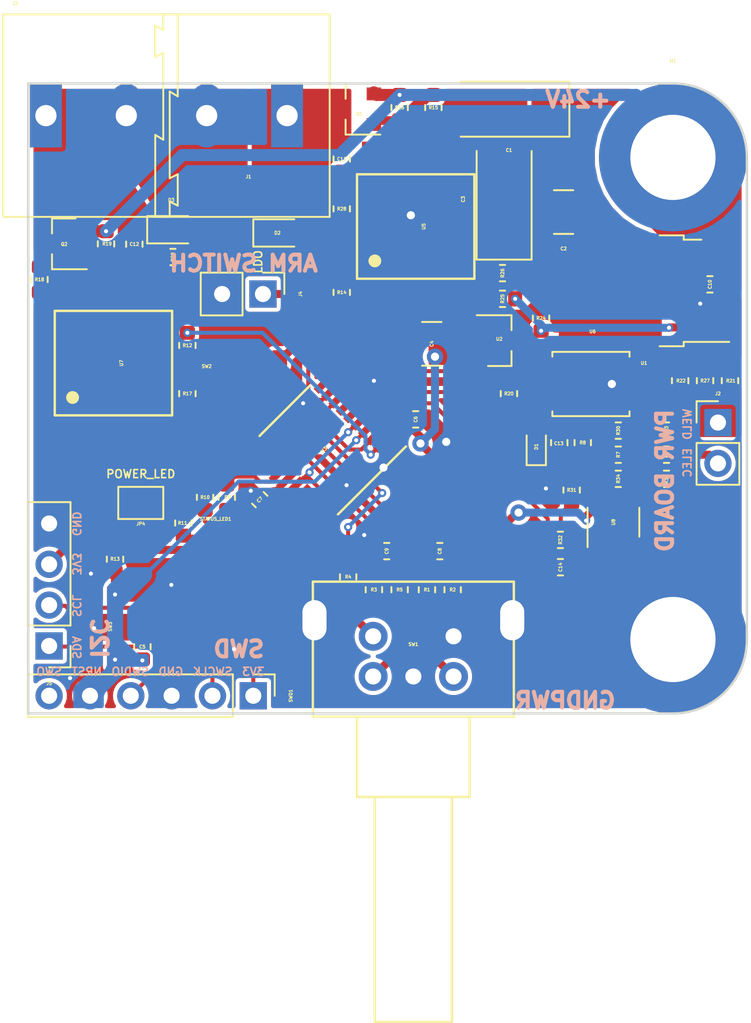
<source format=kicad_pcb>
(kicad_pcb (version 20171130) (host pcbnew 5.1.4-e60b266~84~ubuntu18.04.1)
  (layers (0 F.Cu mixed) (31 B.Cu power) (34 B.Paste user hide) (35 F.Paste user hide) (36 B.SilkS user) (37 F.SilkS user) (38 B.Mask user) (39 F.Mask user) (44 Edge.Cuts user))
  (net 0 "")
  (net 1 +24V)
  (net 2 "Net-(Q1-Pad1)")
  (net 3 "Net-(Q2-Pad1)")
  (net 4 /sheet5D1B3BB1/OUT_HV)
  (net 5 /sheet5D1BFFAD/OUT_HV)
  (net 6 ELECTRODE)
  (net 7 SOLENOID_1)
  (net 8 "Net-(R14-Pad1)")
  (net 9 "Net-(R15-Pad2)")
  (net 10 "Net-(R17-Pad1)")
  (net 11 SOLENOID_2)
  (net 12 "Net-(R21-Pad2)")
  (net 13 WELD_HV)
  (net 14 +3V3)
  (net 15 NRST)
  (net 16 "Net-(R25-Pad2)")
  (net 17 "Net-(R24-Pad2)")
  (net 18 "Net-(R18-Pad2)")
  (net 19 +10V)
  (net 20 "Net-(R20-Pad1)")
  (net 21 WELD_LV)
  (net 22 "Net-(JP4-Pad2)")
  (net 23 "Net-(R11-Pad1)")
  (net 24 ENCODER_A)
  (net 25 "Net-(R3-Pad2)")
  (net 26 ENCODER_BUTTON)
  (net 27 "Net-(R4-Pad1)")
  (net 28 "Net-(R1-Pad1)")
  (net 29 ENCODER_B)
  (net 30 TEST_CURRENT)
  (net 31 LED_RED)
  (net 32 "Net-(R9-Pad1)")
  (net 33 "Net-(R10-Pad1)")
  (net 34 LED_GREEN)
  (net 35 "Net-(R12-Pad1)")
  (net 36 ARM)
  (net 37 WELD_CURRENT)
  (net 38 I2C_SCL)
  (net 39 I2C_SDA)
  (net 40 SWDIO)
  (net 41 SWCLK)
  (net 42 SWO)
  (net 43 "Net-(R31-Pad2)")
  (net 44 "Net-(C12-Pad2)")
  (net 45 "Net-(C11-Pad2)")
  (net 46 "Net-(U7-Pad6)")
  (net 47 "Net-(U7-Pad3)")
  (net 48 "Net-(U5-Pad6)")
  (net 49 "Net-(U5-Pad3)")
  (net 50 "Net-(R34-Pad2)")
  (net 51 "Net-(R30-Pad1)")
  (net 52 "Net-(R6-Pad1)")
  (net 53 GND)
  (net 54 "Net-(R32-Pad1)")
  (net 55 "Net-(C13-Pad2)")
  (module Connector_PinHeader_2.54mm:PinHeader_1x04_P2.54mm_Vertical (layer F.Cu) (at 151.6 131.2 180)
    (fp_text reference J5 (at 0 -2.33 180) (layer F.SilkS) (effects (font (size 0.2 0.2) (thickness 0.05))))
    (fp_text value Conn_01x04_Male)
    (pad 1 thru_hole rect (at 0 0 180) (size 1.7 1.7) (drill 1) (layers *.Cu *.Mask) (net 39 I2C_SDA))
    (pad 2 thru_hole oval (at 0 2.54 180) (size 1.7 1.7) (drill 1) (layers *.Cu *.Mask) (net 38 I2C_SCL))
    (pad 3 thru_hole oval (at 0 5.08 180) (size 1.7 1.7) (drill 1) (layers *.Cu *.Mask) (net 14 +3V3))
    (pad 4 thru_hole oval (at 0 7.62 180) (size 1.7 1.7) (drill 1) (layers *.Cu *.Mask) (net 53 GND))
  )
  (module Capacitor_SMD:C_0603_1608Metric (layer F.Cu) (at 183.4 126.3)
    (fp_text reference C14 (at 0 0 90) (layer F.SilkS) (effects (font (size 0.2 0.2) (thickness 0.05))))
    (fp_text value 100pF)
    (pad 1 smd roundrect (at -0.7875 0) (size 0.875 0.95) (layers F.Cu F.Paste F.Mask) (net 37 WELD_CURRENT))
    (pad 2 smd roundrect (at 0.7875 0) (size 0.875 0.95) (layers F.Cu F.Paste F.Mask) (net 53 GND))
  )
  (module Capacitor_SMD:C_0603_1608Metric (layer F.Cu) (at 183.33 118.55 90)
    (fp_text reference C13 (at -0.05 -0.03 180) (layer F.SilkS) (effects (font (size 0.2 0.2) (thickness 0.05))))
    (fp_text value 100pF)
    (pad 1 smd roundrect (at -0.7875 0 90) (size 0.875 0.95) (layers F.Cu F.Paste F.Mask) (net 30 TEST_CURRENT))
    (pad 2 smd roundrect (at 0.7875 0 90) (size 0.875 0.95) (layers F.Cu F.Paste F.Mask) (net 55 "Net-(C13-Pad2)"))
  )
  (module Package_TO_SOT_SMD:SOT-23-5 (layer F.Cu) (at 186.7 123.5 90)
    (fp_text reference U8 (at 0 0 90) (layer F.SilkS) (effects (font (size 0.2 0.2) (thickness 0.05))))
    (fp_text value MCP6001-OT)
    (pad 1 smd rect (at -1.1 -0.95 90) (size 1.06 0.65) (layers F.Cu F.Paste F.Mask) (net 54 "Net-(R32-Pad1)"))
    (pad 2 smd rect (at -1.1 0 90) (size 1.06 0.65) (layers F.Cu F.Paste F.Mask) (net 53 GND))
    (pad 3 smd rect (at -1.1 0.95 90) (size 1.06 0.65) (layers F.Cu F.Paste F.Mask) (net 43 "Net-(R31-Pad2)"))
    (pad 4 smd rect (at 1.1 0.95 90) (size 1.06 0.65) (layers F.Cu F.Paste F.Mask) (net 50 "Net-(R34-Pad2)"))
    (pad 5 smd rect (at 1.1 -0.95 90) (size 1.06 0.65) (layers F.Cu F.Paste F.Mask) (net 14 +3V3))
  )
  (module Resistor_SMD:R_0603_1608Metric (layer F.Cu) (at 187 120.8)
    (fp_text reference R34 (at 0 0 90) (layer F.SilkS) (effects (font (size 0.2 0.2) (thickness 0.05))))
    (fp_text value 33K)
    (pad 2 smd roundrect (at 0.7875 0) (size 0.875 0.95) (layers F.Cu F.Paste F.Mask) (net 50 "Net-(R34-Pad2)"))
    (pad 1 smd roundrect (at -0.7875 0) (size 0.875 0.95) (layers F.Cu F.Paste F.Mask) (net 54 "Net-(R32-Pad1)"))
  )
  (module Resistor_SMD:R_0603_1608Metric (layer F.Cu) (at 190 120.8)
    (fp_text reference R35 (at 0 0.04 90) (layer F.SilkS) (effects (font (size 0.2 0.2) (thickness 0.05))))
    (fp_text value 470R)
    (pad 1 smd roundrect (at -0.7875 0) (size 0.875 0.95) (layers F.Cu F.Paste F.Mask) (net 50 "Net-(R34-Pad2)"))
    (pad 2 smd roundrect (at 0.7875 0) (size 0.875 0.95) (layers F.Cu F.Paste F.Mask) (net 53 GND))
  )
  (module Capacitor_SMD:C_1210_3225Metric (layer F.Cu) (at 175.4 112.4 180)
    (fp_text reference C4 (at 0 0 270) (layer F.SilkS) (effects (font (size 0.2 0.2) (thickness 0.05))))
    (fp_text value 10uF)
    (pad 2 smd roundrect (at 1.4 0 180) (size 1.25 2.65) (layers F.Cu F.Paste F.Mask) (roundrect_rratio 0.2) (net 53 GND))
    (pad 1 smd roundrect (at -1.4 0 180) (size 1.25 2.65) (layers F.Cu F.Paste F.Mask) (roundrect_rratio 0.2) (net 14 +3V3))
  )
  (module Connector_PinHeader_2.54mm:PinHeader_1x02_P2.54mm_Vertical (layer F.Cu) (at 193.2 117.3)
    (fp_text reference J2 (at 0 -1.8) (layer F.SilkS) (effects (font (size 0.2 0.2) (thickness 0.05))))
    (fp_text value Conn_01x02_Male)
    (pad 1 thru_hole rect (at 0 0) (size 1.7 1.7) (drill 1) (layers *.Cu *.Mask) (net 13 WELD_HV))
    (pad 2 thru_hole oval (at 0 2.54) (size 1.7 1.7) (drill 1) (layers *.Cu *.Mask) (net 6 ELECTRODE))
  )
  (module Connector_PinHeader_2.54mm:PinHeader_1x02_P2.54mm_Vertical (layer F.Cu) (at 164.9 109.3 270)
    (fp_text reference J4 (at 0 -2.33 270) (layer F.SilkS) (effects (font (size 0.2 0.2) (thickness 0.05))))
    (fp_text value ARM_SWITCH)
    (pad 1 thru_hole rect (at 0 0 270) (size 1.7 1.7) (drill 1) (layers *.Cu *.Mask) (net 36 ARM))
    (pad 2 thru_hole oval (at 0 2.54 270) (size 1.7 1.7) (drill 1) (layers *.Cu *.Mask) (net 53 GND))
  )
  (module Package_TO_SOT_SMD:TO-252-2 (layer F.Cu) (at 188.6 109.1 180)
    (fp_text reference U1 (at 0 -4.5 180) (layer F.SilkS) (effects (font (size 0.2 0.2) (thickness 0.05))))
    (fp_text value LD1086BDTTR)
    (pad 1 smd rect (at -4.2 -2.28 180) (size 2.2 1.2) (layers F.Cu F.Paste F.Mask) (net 17 "Net-(R24-Pad2)"))
    (pad 3 smd rect (at -4.2 2.28 180) (size 2.2 1.2) (layers F.Cu F.Paste F.Mask) (net 1 +24V))
    (pad 2 smd rect (at 2.1 0 180) (size 6.4 5.8) (layers F.Cu F.Mask) (net 19 +10V))
  )
  (module Capacitor_SMD:C_0603_1608Metric (layer F.Cu) (at 157.4 131.25 90)
    (fp_text reference C5 (at 0 0 180) (layer F.SilkS) (effects (font (size 0.2 0.2) (thickness 0.05))))
    (fp_text value 1uF)
    (pad 2 smd roundrect (at 0.7875 0 90) (size 0.875 0.95) (layers F.Cu F.Paste F.Mask) (net 53 GND))
    (pad 1 smd roundrect (at -0.7875 0 90) (size 0.875 0.95) (layers F.Cu F.Paste F.Mask) (net 15 NRST))
  )
  (module Capacitor_SMD:C_0603_1608Metric (layer F.Cu) (at 174.4 117.1)
    (fp_text reference C6 (at 0 0 90) (layer F.SilkS) (effects (font (size 0.2 0.2) (thickness 0.05))))
    (fp_text value 1uF)
    (pad 2 smd roundrect (at 0.7875 0) (size 0.875 0.95) (layers F.Cu F.Paste F.Mask) (net 53 GND))
    (pad 1 smd roundrect (at -0.7875 0) (size 0.875 0.95) (layers F.Cu F.Paste F.Mask) (net 14 +3V3))
  )
  (module Capacitor_SMD:C_0603_1608Metric (layer F.Cu) (at 156.9 106.2 270)
    (fp_text reference C12 (at 0 0) (layer F.SilkS) (effects (font (size 0.2 0.2) (thickness 0.05))))
    (fp_text value 220nF)
    (pad 2 smd roundrect (at 0.7875 0 270) (size 0.875 0.95) (layers F.Cu F.Paste F.Mask) (net 44 "Net-(C12-Pad2)"))
    (pad 1 smd roundrect (at -0.7875 0 270) (size 0.875 0.95) (layers F.Cu F.Paste F.Mask) (net 5 /sheet5D1BFFAD/OUT_HV))
  )
  (module Capacitor_SMD:C_0603_1608Metric (layer F.Cu) (at 169.8 100.9 270)
    (fp_text reference C11 (at 0 0) (layer F.SilkS) (effects (font (size 0.2 0.2) (thickness 0.05))))
    (fp_text value 220nF)
    (pad 2 smd roundrect (at 0.7875 0 270) (size 0.875 0.95) (layers F.Cu F.Paste F.Mask) (net 45 "Net-(C11-Pad2)"))
    (pad 1 smd roundrect (at -0.7875 0 270) (size 0.875 0.95) (layers F.Cu F.Paste F.Mask) (net 4 /sheet5D1B3BB1/OUT_HV))
  )
  (module Capacitor_SMD:C_0603_1608Metric (layer F.Cu) (at 164.7 122.1 135)
    (fp_text reference C7 (at 0 0 225) (layer F.SilkS) (effects (font (size 0.2 0.2) (thickness 0.05))))
    (fp_text value 1uF)
    (pad 2 smd roundrect (at 0.787501 0 135) (size 0.875 0.95) (layers F.Cu F.Paste F.Mask) (net 53 GND))
    (pad 1 smd roundrect (at -0.787501 0 135) (size 0.875 0.95) (layers F.Cu F.Paste F.Mask) (net 14 +3V3))
  )
  (module Capacitor_SMD:C_1210_3225Metric (layer F.Cu) (at 183.6 104.2 180)
    (fp_text reference C2 (at 0 -2.28 180) (layer F.SilkS) (effects (font (size 0.2 0.2) (thickness 0.05))))
    (fp_text value 10uF)
    (pad 2 smd roundrect (at 1.4 0 180) (size 1.25 2.65) (layers F.Cu F.Paste F.Mask) (roundrect_rratio 0.2) (net 53 GND))
    (pad 1 smd roundrect (at -1.4 0 180) (size 1.25 2.65) (layers F.Cu F.Paste F.Mask) (roundrect_rratio 0.2) (net 19 +10V))
  )
  (module Custom:PDIP-6 (layer F.Cu) (at 155.6 113.6 90)
    (fp_text reference U7 (at 0 0.5 90) (layer F.SilkS) (effects (font (size 0.2 0.2) (thickness 0.05))))
    (fp_text value CNY17-4)
    (pad 6 smd rect (at 4.48 -2.54 90) (size 1.6 1.6) (layers F.Cu F.Paste F.Mask) (net 46 "Net-(U7-Pad6)"))
    (pad 5 smd rect (at 4.48 0 90) (size 1.6 1.6) (layers F.Cu F.Paste F.Mask) (net 18 "Net-(R18-Pad2)"))
    (pad 4 smd rect (at 4.48 2.54 90) (size 1.6 1.6) (layers F.Cu F.Paste F.Mask) (net 53 GND))
    (pad 3 smd rect (at -4.48 2.54 90) (size 1.6 1.6) (layers F.Cu F.Paste F.Mask) (net 47 "Net-(U7-Pad3)"))
    (pad 2 smd rect (at -4.48 0 90) (size 1.6 1.6) (layers F.Cu F.Paste F.Mask) (net 53 GND))
    (pad 1 smd rect (at -4.48 -2.54 90) (size 1.6 1.6) (layers F.Cu F.Paste F.Mask) (net 10 "Net-(R17-Pad1)"))
  )
  (module Resistor_SMD:R_0603_1608Metric (layer F.Cu) (at 169.8 104 270)
    (fp_text reference R28 (at 0 0) (layer F.SilkS) (effects (font (size 0.2 0.2) (thickness 0.05))))
    (fp_text value 100R)
    (pad 2 smd roundrect (at 0.7875 0 270) (size 0.875 0.95) (layers F.Cu F.Paste F.Mask) (net 45 "Net-(C11-Pad2)"))
    (pad 1 smd roundrect (at -0.7875 0 270) (size 0.875 0.95) (layers F.Cu F.Paste F.Mask) (net 53 GND))
  )
  (module Resistor_SMD:R_0603_1608Metric (layer F.Cu) (at 159.3 107 180)
    (fp_text reference R29 (at 0 0 270) (layer F.SilkS) (effects (font (size 0.2 0.2) (thickness 0.05))))
    (fp_text value 100R)
    (pad 2 smd roundrect (at 0.7875 0 180) (size 0.875 0.95) (layers F.Cu F.Paste F.Mask) (net 44 "Net-(C12-Pad2)"))
    (pad 1 smd roundrect (at -0.7875 0 180) (size 0.875 0.95) (layers F.Cu F.Paste F.Mask) (net 53 GND))
  )
  (module Resistor_SMD:R_0603_1608Metric (layer F.Cu) (at 187 117.8)
    (fp_text reference R30 (at 0 0 -270) (layer F.SilkS) (effects (font (size 0.2 0.2) (thickness 0.05))))
    (fp_text value 470R)
    (pad 2 smd roundrect (at 0.7875 0) (size 0.875 0.95) (layers F.Cu F.Paste F.Mask) (net 53 GND))
    (pad 1 smd roundrect (at -0.7875 0) (size 0.875 0.95) (layers F.Cu F.Paste F.Mask) (net 51 "Net-(R30-Pad1)"))
  )
  (module Resistor_SMD:R_0603_1608Metric (layer F.Cu) (at 184.1 121.5 270)
    (fp_text reference R31 (at 0 0) (layer F.SilkS) (effects (font (size 0.2 0.2) (thickness 0.05))))
    (fp_text value 3.3K)
    (pad 2 smd roundrect (at 0.7875 0 270) (size 0.875 0.95) (layers F.Cu F.Paste F.Mask) (net 43 "Net-(R31-Pad2)"))
    (pad 1 smd roundrect (at -0.7875 0 270) (size 0.875 0.95) (layers F.Cu F.Paste F.Mask) (net 30 TEST_CURRENT))
  )
  (module Resistor_SMD:R_0603_1608Metric (layer F.Cu) (at 183.4 124.6 180)
    (fp_text reference R32 (at 0 0 270) (layer F.SilkS) (effects (font (size 0.2 0.2) (thickness 0.05))))
    (fp_text value 3.3K)
    (pad 2 smd roundrect (at 0.7875 0 180) (size 0.875 0.95) (layers F.Cu F.Paste F.Mask) (net 37 WELD_CURRENT))
    (pad 1 smd roundrect (at -0.7875 0 180) (size 0.875 0.95) (layers F.Cu F.Paste F.Mask) (net 54 "Net-(R32-Pad1)"))
  )
  (module Capacitor_SMD:C_0603_1608Metric (layer F.Cu) (at 192.7 108.7 180)
    (fp_text reference C10 (at 0 0 270) (layer F.SilkS) (effects (font (size 0.2 0.2) (thickness 0.05))))
    (fp_text value 10uF)
    (pad 2 smd roundrect (at 0.7875 0 180) (size 0.875 0.95) (layers F.Cu F.Paste F.Mask) (net 53 GND))
    (pad 1 smd roundrect (at -0.7875 0 180) (size 0.875 0.95) (layers F.Cu F.Paste F.Mask) (net 1 +24V))
  )
  (module Capacitor_SMD:C_0603_1608Metric (layer F.Cu) (at 172.6 125.3 180)
    (fp_text reference C9 (at 0 0 270) (layer F.SilkS) (effects (font (size 0.2 0.2) (thickness 0.05))))
    (fp_text value 10nF)
    (pad 2 smd roundrect (at 0.7875 0 180) (size 0.875 0.95) (layers F.Cu F.Paste F.Mask) (net 53 GND))
    (pad 1 smd roundrect (at -0.7875 0 180) (size 0.875 0.95) (layers F.Cu F.Paste F.Mask) (net 24 ENCODER_A))
  )
  (module Capacitor_SMD:C_0603_1608Metric (layer F.Cu) (at 175.9 125.3)
    (fp_text reference C8 (at 0 0 90) (layer F.SilkS) (effects (font (size 0.2 0.2) (thickness 0.05))))
    (fp_text value 10nF)
    (pad 2 smd roundrect (at 0.7875 0) (size 0.875 0.95) (layers F.Cu F.Paste F.Mask) (net 53 GND))
    (pad 1 smd roundrect (at -0.7875 0) (size 0.875 0.95) (layers F.Cu F.Paste F.Mask) (net 29 ENCODER_B))
  )
  (module Capacitor_Tantalum_SMD:CP_EIA-6032-28_Kemet-C (layer F.Cu) (at 180.2 97.8 180)
    (fp_text reference C1 (at 0 -2.55 180) (layer F.SilkS) (effects (font (size 0.2 0.2) (thickness 0.05))))
    (fp_text value 10uF)
    (pad 2 smd roundrect (at 2.4625 0 180) (size 2.075 2.35) (layers F.Cu F.Paste F.Mask) (roundrect_rratio 0.120482) (net 53 GND))
    (pad 1 smd roundrect (at -2.4625 0 180) (size 2.075 2.35) (layers F.Cu F.Paste F.Mask) (roundrect_rratio 0.120482) (net 19 +10V))
  )
  (module Capacitor_Tantalum_SMD:CP_EIA-6032-28_Kemet-C (layer F.Cu) (at 179.9 103.4 90)
    (fp_text reference C3 (at 0 -2.55 90) (layer F.SilkS) (effects (font (size 0.2 0.2) (thickness 0.05))))
    (fp_text value 10uF)
    (pad 2 smd roundrect (at 2.4625 0 90) (size 2.075 2.35) (layers F.Cu F.Paste F.Mask) (roundrect_rratio 0.120482) (net 53 GND))
    (pad 1 smd roundrect (at -2.4625 0 90) (size 2.075 2.35) (layers F.Cu F.Paste F.Mask) (roundrect_rratio 0.120482) (net 14 +3V3))
  )
  (module Connector_PinHeader_2.54mm:PinHeader_1x06_P2.54mm_Vertical (layer F.Cu) (at 164.3 134.3 270)
    (fp_text reference SWD1 (at 0 -2.33 270) (layer F.SilkS) (effects (font (size 0.2 0.2) (thickness 0.05))))
    (fp_text value Conn_01x06_Male)
    (pad 6 thru_hole oval (at 0 12.7 270) (size 1.7 1.7) (drill 1) (layers *.Cu *.Mask) (net 42 SWO))
    (pad 5 thru_hole oval (at 0 10.16 270) (size 1.7 1.7) (drill 1) (layers *.Cu *.Mask) (net 15 NRST))
    (pad 4 thru_hole oval (at 0 7.62 270) (size 1.7 1.7) (drill 1) (layers *.Cu *.Mask) (net 40 SWDIO))
    (pad 3 thru_hole oval (at 0 5.08 270) (size 1.7 1.7) (drill 1) (layers *.Cu *.Mask) (net 53 GND))
    (pad 2 thru_hole oval (at 0 2.54 270) (size 1.7 1.7) (drill 1) (layers *.Cu *.Mask) (net 41 SWCLK))
    (pad 1 thru_hole rect (at 0 0 270) (size 1.7 1.7) (drill 1) (layers *.Cu *.Mask) (net 14 +3V3))
  )
  (module Custom:ENCODER_BOURNS (layer F.Cu) (at 174.255 133.1)
    (fp_text reference SW1 (at 0 -2) (layer F.SilkS) (effects (font (size 0.2 0.2) (thickness 0.05))))
    (fp_text value PEC12R-2225F-S0024)
    (pad Shield thru_hole oval (at -6.15 -3.5) (size 2.5 3.5) (drill oval 1.5 2.5) (layers *.Cu *.Mask) (net 53 GND))
    (pad Shield thru_hole oval (at 6.15 -3.5) (size 2.5 3.5) (drill oval 1.5 2.5) (layers *.Cu *.Mask) (net 53 GND))
    (pad A thru_hole circle (at -2.5 0) (size 1.8 1.8) (drill 1) (layers *.Cu *.Mask) (net 25 "Net-(R3-Pad2)"))
    (pad C thru_hole circle (at 0 0) (size 1.8 1.8) (drill 1) (layers *.Cu *.Mask) (net 53 GND))
    (pad B thru_hole circle (at 2.5 0) (size 1.8 1.8) (drill 1) (layers *.Cu *.Mask) (net 28 "Net-(R1-Pad1)"))
    (pad S2 thru_hole circle (at 2.5 -2.5) (size 1.8 1.8) (drill 1) (layers *.Cu *.Mask) (net 53 GND))
    (pad S1 thru_hole circle (at -2.5 -2.5) (size 1.8 1.8) (drill 1) (layers *.Cu *.Mask) (net 27 "Net-(R4-Pad1)"))
  )
  (module Custom:KMR7_SWITCH (layer F.Cu) (at 156.2 132.5 90)
    (fp_text reference SW3 (at 2.5 -0.8 90) (layer F.SilkS) (effects (font (size 0.2 0.2) (thickness 0.05))))
    (fp_text value RESET)
    (pad 1 smd rect (at 2.5 -2.725 90) (size 1.7 0.55) (layers F.Cu F.Paste F.Mask) (net 53 GND))
    (pad 1 smd rect (at 4.55 -2.1 90) (size 0.9 1) (layers F.Cu F.Paste F.Mask) (net 53 GND))
    (pad 2 smd rect (at 4.55 -0.5 90) (size 0.9 1) (layers F.Cu F.Paste F.Mask) (net 15 NRST))
    (pad 2 smd rect (at 0.45 -0.5 90) (size 0.9 1) (layers F.Cu F.Paste F.Mask) (net 15 NRST))
    (pad 1 smd rect (at 0.45 -2.1 90) (size 0.9 1) (layers F.Cu F.Paste F.Mask) (net 53 GND))
  )
  (module Custom:KMR7_SWITCH (layer F.Cu) (at 161.4 113.8)
    (fp_text reference SW2 (at 0 0) (layer F.SilkS) (effects (font (size 0.2 0.2) (thickness 0.05))))
    (fp_text value ARM_BUTTON)
    (pad 1 smd rect (at 2.5 -2.725) (size 1.7 0.55) (layers F.Cu F.Paste F.Mask) (net 53 GND))
    (pad 1 smd rect (at 4.55 -2.1) (size 0.9 1) (layers F.Cu F.Paste F.Mask) (net 53 GND))
    (pad 2 smd rect (at 4.55 -0.5) (size 0.9 1) (layers F.Cu F.Paste F.Mask) (net 36 ARM))
    (pad 2 smd rect (at 0.45 -0.5) (size 0.9 1) (layers F.Cu F.Paste F.Mask) (net 36 ARM))
    (pad 1 smd rect (at 0.45 -2.1) (size 0.9 1) (layers F.Cu F.Paste F.Mask) (net 53 GND))
  )
  (module Custom:LED_BGRA (layer F.Cu) (at 161.95 124.1 180)
    (fp_text reference STATUS_LED1 (at 0 0.8 180) (layer F.SilkS) (effects (font (size 0.2 0.2) (thickness 0.05))))
    (fp_text value LED_BGRA)
    (pad 4 smd custom (at -0.3 -0.3 180) (size 0.4 0.1) (layers F.Cu F.Paste F.Mask) (net 14 +3V3) (options (clearance outline) (anchor rect)) (primitives (gr_poly (pts (xy -0.2 -0.2) (xy 0.2 -0.2) (xy 0.2 0.2) (xy -0.05 0.2) (xy -0.2 0.05)) (width 0))))
    (pad 3 smd rect (at -0.3 0.3 180) (size 0.4 0.4) (layers F.Cu F.Paste F.Mask) (net 32 "Net-(R9-Pad1)"))
    (pad 2 smd rect (at 0.3 0.3 180) (size 0.4 0.4) (layers F.Cu F.Paste F.Mask) (net 33 "Net-(R10-Pad1)"))
    (pad 1 smd rect (at 0.3 -0.3 180) (size 0.4 0.4) (layers F.Cu F.Paste F.Mask) (net 23 "Net-(R11-Pad1)"))
  )
  (module Custom:PDIP-6 (layer F.Cu) (at 174.4 105.1 90)
    (fp_text reference U5 (at 0 0.5 90) (layer F.SilkS) (effects (font (size 0.2 0.2) (thickness 0.05))))
    (fp_text value CNY17-4)
    (pad 6 smd rect (at 4.48 -2.54 90) (size 1.6 1.6) (layers F.Cu F.Paste F.Mask) (net 48 "Net-(U5-Pad6)"))
    (pad 5 smd rect (at 4.48 0 90) (size 1.6 1.6) (layers F.Cu F.Paste F.Mask) (net 9 "Net-(R15-Pad2)"))
    (pad 4 smd rect (at 4.48 2.54 90) (size 1.6 1.6) (layers F.Cu F.Paste F.Mask) (net 53 GND))
    (pad 3 smd rect (at -4.48 2.54 90) (size 1.6 1.6) (layers F.Cu F.Paste F.Mask) (net 49 "Net-(U5-Pad3)"))
    (pad 2 smd rect (at -4.48 0 90) (size 1.6 1.6) (layers F.Cu F.Paste F.Mask) (net 53 GND))
    (pad 1 smd rect (at -4.48 -2.54 90) (size 1.6 1.6) (layers F.Cu F.Paste F.Mask) (net 8 "Net-(R14-Pad1)"))
  )
  (module Custom:SO-6_5PIN (layer F.Cu) (at 185.3 114.9)
    (fp_text reference U6 (at 0.1 -3.265) (layer F.SilkS) (effects (font (size 0.2 0.2) (thickness 0.05))))
    (fp_text value TLP152)
    (pad 6 smd rect (at 3.15 -1.27) (size 1.2 0.8) (layers F.Cu F.Paste F.Mask) (net 19 +10V))
    (pad 5 smd rect (at 3.15 0) (size 1.2 0.8) (layers F.Cu F.Paste F.Mask) (net 12 "Net-(R21-Pad2)"))
    (pad 4 smd rect (at 3.15 1.27) (size 1.2 0.8) (layers F.Cu F.Paste F.Mask) (net 53 GND))
    (pad 3 smd rect (at -3.15 1.27) (size 1.2 0.8) (layers F.Cu F.Paste F.Mask) (net 53 GND))
    (pad 1 smd rect (at -3.15 -1.27) (size 1.2 0.8) (layers F.Cu F.Paste F.Mask) (net 20 "Net-(R20-Pad1)"))
  )
  (module Diode_SMD:D_SOD-323 (layer F.Cu) (at 165.8 105.5)
    (fp_text reference D2 (at 0 0) (layer F.SilkS) (effects (font (size 0.2 0.2) (thickness 0.05))))
    (fp_text value D)
    (pad 2 smd rect (at 1.05 0) (size 0.6 0.45) (layers F.Cu F.Paste F.Mask) (net 53 GND))
    (pad 1 smd rect (at -1.05 0) (size 0.6 0.45) (layers F.Cu F.Paste F.Mask) (net 4 /sheet5D1B3BB1/OUT_HV))
  )
  (module Diode_SMD:D_SOD-323 (layer F.Cu) (at 159.2 105.3)
    (fp_text reference D3 (at 0 -1.85) (layer F.SilkS) (effects (font (size 0.2 0.2) (thickness 0.05))))
    (fp_text value D)
    (pad 2 smd rect (at 1.05 0) (size 0.6 0.45) (layers F.Cu F.Paste F.Mask) (net 53 GND))
    (pad 1 smd rect (at -1.05 0) (size 0.6 0.45) (layers F.Cu F.Paste F.Mask) (net 5 /sheet5D1BFFAD/OUT_HV))
  )
  (module Diode_SMD:D_SOD-523 (layer F.Cu) (at 181.9 118.8 90)
    (fp_text reference D1 (at 0 0 90) (layer F.SilkS) (effects (font (size 0.2 0.2) (thickness 0.05))))
    (fp_text value ESD5Z3.3T5G)
    (pad 1 smd rect (at -0.7 0 270) (size 0.6 0.7) (layers F.Cu F.Paste F.Mask) (net 30 TEST_CURRENT))
    (pad 2 smd rect (at 0.7 0 270) (size 0.6 0.7) (layers F.Cu F.Paste F.Mask) (net 55 "Net-(C13-Pad2)"))
  )
  (module Jumper:SolderJumper-2_P1.3mm_Open_TrianglePad1.0x1.5mm (layer F.Cu) (at 157.3 122.3)
    (fp_text reference JP4 (at 0 1.3) (layer F.SilkS) (effects (font (size 0.2 0.2) (thickness 0.05))))
    (fp_text value SolderJumper_2_Open)
    (pad 1 smd custom (at -0.725 0) (size 0.3 0.3) (layers F.Cu F.Mask) (net 53 GND) (options (clearance outline) (anchor rect)) (primitives (gr_poly (pts (xy -0.5 -0.75) (xy 0.5 -0.75) (xy 1 0) (xy 0.5 0.75) (xy -0.5 0.75)) (width 0))))
    (pad 2 smd custom (at 0.725 0) (size 0.3 0.3) (layers F.Cu F.Mask) (net 22 "Net-(JP4-Pad2)") (options (clearance outline) (anchor rect)) (primitives (gr_poly (pts (xy -0.65 -0.75) (xy 0.5 -0.75) (xy 0.5 0.75) (xy -0.65 0.75) (xy -0.15 0)) (width 0))))
  )
  (module MountingHole:MountingHole_5.3mm_M5_DIN965_Pad (layer F.Cu) (at 190.4 100.4)
    (fp_text reference H1 (at 0 -5.6) (layer F.SilkS) (effects (font (size 0.2 0.2) (thickness 0.05))))
    (fp_text value MountingHole_Pad)
    (pad 1 thru_hole circle (at 0 0.4) (size 9.2 9.2) (drill 5.3) (layers *.Cu *.Mask) (net 1 +24V))
  )
  (module MountingHole:MountingHole_5.3mm_M5_DIN965_Pad (layer F.Cu) (at 190.4 130.5)
    (fp_text reference H3 (at 0 0) (layer F.SilkS) (effects (font (size 0.2 0.2) (thickness 0.05))))
    (fp_text value MountingHole_Pad)
    (pad 1 thru_hole circle (at 0 0.3) (size 9.2 9.2) (drill 5.3) (layers *.Cu *.Mask) (net 53 GND))
  )
  (module Package_SO:TSSOP-20_4.4x6.5mm_P0.65mm (layer F.Cu) (at 168.7 119 225)
    (fp_text reference U3 (at 0 0 225) (layer F.SilkS) (effects (font (size 0.2 0.2) (thickness 0.05))))
    (fp_text value STM32F030F4Px)
    (pad 20 smd rect (at 2.95 -2.925 225) (size 1.45 0.45) (layers F.Cu F.Paste F.Mask) (net 41 SWCLK))
    (pad 19 smd rect (at 2.95 -2.275 225) (size 1.45 0.45) (layers F.Cu F.Paste F.Mask) (net 40 SWDIO))
    (pad 18 smd rect (at 2.95 -1.625001 225) (size 1.45 0.45) (layers F.Cu F.Paste F.Mask) (net 39 I2C_SDA))
    (pad 17 smd rect (at 2.95 -0.975 225) (size 1.45 0.45) (layers F.Cu F.Paste F.Mask) (net 38 I2C_SCL))
    (pad 16 smd rect (at 2.95 -0.325 225) (size 1.45 0.45) (layers F.Cu F.Paste F.Mask) (net 14 +3V3))
    (pad 15 smd rect (at 2.95 0.325 225) (size 1.45 0.45) (layers F.Cu F.Paste F.Mask) (net 53 GND))
    (pad 14 smd rect (at 2.95 0.975 225) (size 1.45 0.45) (layers F.Cu F.Paste F.Mask) (net 31 LED_RED))
    (pad 13 smd rect (at 2.95 1.625001 225) (size 1.45 0.45) (layers F.Cu F.Paste F.Mask) (net 24 ENCODER_A))
    (pad 12 smd rect (at 2.95 2.275 225) (size 1.45 0.45) (layers F.Cu F.Paste F.Mask) (net 29 ENCODER_B))
    (pad 11 smd rect (at 2.95 2.925 225) (size 1.45 0.45) (layers F.Cu F.Paste F.Mask) (net 26 ENCODER_BUTTON))
    (pad 10 smd rect (at -2.95 2.925 225) (size 1.45 0.45) (layers F.Cu F.Paste F.Mask) (net 21 WELD_LV))
    (pad 9 smd rect (at -2.95 2.275 225) (size 1.45 0.45) (layers F.Cu F.Paste F.Mask) (net 7 SOLENOID_1))
    (pad 8 smd rect (at -2.95 1.625001 225) (size 1.45 0.45) (layers F.Cu F.Paste F.Mask) (net 11 SOLENOID_2))
    (pad 7 smd rect (at -2.95 0.975 225) (size 1.45 0.45) (layers F.Cu F.Paste F.Mask) (net 30 TEST_CURRENT))
    (pad 6 smd rect (at -2.95 0.325 225) (size 1.45 0.45) (layers F.Cu F.Paste F.Mask) (net 37 WELD_CURRENT))
    (pad 5 smd rect (at -2.95 -0.325 225) (size 1.45 0.45) (layers F.Cu F.Paste F.Mask) (net 14 +3V3))
    (pad 4 smd rect (at -2.95 -0.975 225) (size 1.45 0.45) (layers F.Cu F.Paste F.Mask) (net 15 NRST))
    (pad 3 smd rect (at -2.95 -1.625001 225) (size 1.45 0.45) (layers F.Cu F.Paste F.Mask) (net 34 LED_GREEN))
    (pad 2 smd rect (at -2.95 -2.275 225) (size 1.45 0.45) (layers F.Cu F.Paste F.Mask) (net 35 "Net-(R12-Pad1)"))
    (pad 1 smd rect (at -2.95 -2.925 225) (size 1.45 0.45) (layers F.Cu F.Paste F.Mask) (net 53 GND))
  )
  (module Package_TO_SOT_SMD:SOT-23 (layer F.Cu) (at 179.6 112.2)
    (fp_text reference U2 (at 0 -0.1) (layer F.SilkS) (effects (font (size 0.2 0.2) (thickness 0.05))))
    (fp_text value AP7381)
    (pad 3 smd rect (at 1 0) (size 0.9 0.8) (layers F.Cu F.Paste F.Mask) (net 53 GND))
    (pad 2 smd rect (at -1 0.95) (size 0.9 0.8) (layers F.Cu F.Paste F.Mask) (net 14 +3V3))
    (pad 1 smd rect (at -1 -0.95) (size 0.9 0.8) (layers F.Cu F.Paste F.Mask) (net 19 +10V))
  )
  (module Package_TO_SOT_SMD:SOT-23 (layer F.Cu) (at 152.54016 106.179658 180)
    (fp_text reference Q2 (at 0 -0.020342 180) (layer F.SilkS) (effects (font (size 0.2 0.2) (thickness 0.05))))
    (fp_text value Q_PMOS_GSD)
    (pad 3 smd rect (at 1 0 180) (size 0.9 0.8) (layers F.Cu F.Paste F.Mask) (net 5 /sheet5D1BFFAD/OUT_HV))
    (pad 2 smd rect (at -1 0.95 180) (size 0.9 0.8) (layers F.Cu F.Paste F.Mask) (net 1 +24V))
    (pad 1 smd rect (at -1 -0.95 180) (size 0.9 0.8) (layers F.Cu F.Paste F.Mask) (net 3 "Net-(Q2-Pad1)"))
  )
  (module Package_TO_SOT_SMD:SOT-23 (layer F.Cu) (at 170.8 97.8 180)
    (fp_text reference Q1 (at -0.1 -0.3 180) (layer F.SilkS) (effects (font (size 0.2 0.2) (thickness 0.05))))
    (fp_text value Q_PMOS_GSD)
    (pad 3 smd rect (at 1 0 180) (size 0.9 0.8) (layers F.Cu F.Paste F.Mask) (net 4 /sheet5D1B3BB1/OUT_HV))
    (pad 2 smd rect (at -1 0.95 180) (size 0.9 0.8) (layers F.Cu F.Paste F.Mask) (net 1 +24V))
    (pad 1 smd rect (at -1 -0.95 180) (size 0.9 0.8) (layers F.Cu F.Paste F.Mask) (net 2 "Net-(Q1-Pad1)"))
  )
  (module Resistor_SMD:R_0603_1608Metric (layer F.Cu) (at 160.2 112.5 270)
    (fp_text reference R12 (at 0 0) (layer F.SilkS) (effects (font (size 0.2 0.2) (thickness 0.05))))
    (fp_text value 10k)
    (pad 2 smd roundrect (at 0.7875 0 270) (size 0.875 0.95) (layers F.Cu F.Paste F.Mask) (net 36 ARM))
    (pad 1 smd roundrect (at -0.7875 0 270) (size 0.875 0.95) (layers F.Cu F.Paste F.Mask) (net 35 "Net-(R12-Pad1)"))
  )
  (module Resistor_SMD:R_0603_1608Metric (layer F.Cu) (at 155.14016 106.179658 270)
    (fp_text reference R19 (at 0 -0.05984) (layer F.SilkS) (effects (font (size 0.2 0.2) (thickness 0.05))))
    (fp_text value 10k)
    (pad 2 smd roundrect (at 0.7875 0 270) (size 0.875 0.95) (layers F.Cu F.Paste F.Mask) (net 3 "Net-(Q2-Pad1)"))
    (pad 1 smd roundrect (at -0.7875 0 270) (size 0.875 0.95) (layers F.Cu F.Paste F.Mask) (net 1 +24V))
  )
  (module Resistor_SMD:R_0603_1608Metric (layer F.Cu) (at 161.3 121.95 90)
    (fp_text reference R10 (at 0 0 180) (layer F.SilkS) (effects (font (size 0.2 0.2) (thickness 0.05))))
    (fp_text value 1K)
    (pad 2 smd roundrect (at 0.7875 0 90) (size 0.875 0.95) (layers F.Cu F.Paste F.Mask) (net 34 LED_GREEN))
    (pad 1 smd roundrect (at -0.7875 0 90) (size 0.875 0.95) (layers F.Cu F.Paste F.Mask) (net 33 "Net-(R10-Pad1)"))
  )
  (module Resistor_SMD:R_0603_1608Metric (layer F.Cu) (at 162.65 121.95 90)
    (fp_text reference R9 (at 0 0.05 180) (layer F.SilkS) (effects (font (size 0.2 0.2) (thickness 0.05))))
    (fp_text value 1K)
    (pad 2 smd roundrect (at 0.7875 0 90) (size 0.875 0.95) (layers F.Cu F.Paste F.Mask) (net 31 LED_RED))
    (pad 1 smd roundrect (at -0.7875 0 90) (size 0.875 0.95) (layers F.Cu F.Paste F.Mask) (net 32 "Net-(R9-Pad1)"))
  )
  (module Resistor_SMD:R_0603_1608Metric (layer F.Cu) (at 184.79 118.55 270)
    (fp_text reference R8 (at 0 0) (layer F.SilkS) (effects (font (size 0.2 0.2) (thickness 0.05))))
    (fp_text value 330R)
    (pad 2 smd roundrect (at 0.7875 0 270) (size 0.875 0.95) (layers F.Cu F.Paste F.Mask) (net 30 TEST_CURRENT))
    (pad 1 smd roundrect (at -0.7875 0 270) (size 0.875 0.95) (layers F.Cu F.Paste F.Mask) (net 51 "Net-(R30-Pad1)"))
  )
  (module Resistor_SMD:R_0603_1608Metric (layer F.Cu) (at 187 119.3)
    (fp_text reference R7 (at 0 0 90) (layer F.SilkS) (effects (font (size 0.2 0.2) (thickness 0.05))))
    (fp_text value 3.3K)
    (pad 2 smd roundrect (at 0.7875 0) (size 0.875 0.95) (layers F.Cu F.Paste F.Mask) (net 52 "Net-(R6-Pad1)"))
    (pad 1 smd roundrect (at -0.7875 0) (size 0.875 0.95) (layers F.Cu F.Paste F.Mask) (net 30 TEST_CURRENT))
  )
  (module Resistor_SMD:R_0603_1608Metric (layer F.Cu) (at 175.1 127.7 90)
    (fp_text reference R1 (at 0 0 180) (layer F.SilkS) (effects (font (size 0.2 0.2) (thickness 0.05))))
    (fp_text value 10K)
    (pad 2 smd roundrect (at 0.7875 0 90) (size 0.875 0.95) (layers F.Cu F.Paste F.Mask) (net 29 ENCODER_B))
    (pad 1 smd roundrect (at -0.7875 0 90) (size 0.875 0.95) (layers F.Cu F.Paste F.Mask) (net 28 "Net-(R1-Pad1)"))
  )
  (module Resistor_SMD:R_0603_1608Metric (layer F.Cu) (at 176.7 127.7 270)
    (fp_text reference R2 (at 0 0) (layer F.SilkS) (effects (font (size 0.2 0.2) (thickness 0.05))))
    (fp_text value 10K)
    (pad 2 smd roundrect (at 0.7875 0 270) (size 0.875 0.95) (layers F.Cu F.Paste F.Mask) (net 28 "Net-(R1-Pad1)"))
    (pad 1 smd roundrect (at -0.7875 0 270) (size 0.875 0.95) (layers F.Cu F.Paste F.Mask) (net 14 +3V3))
  )
  (module Resistor_SMD:R_0603_1608Metric (layer F.Cu) (at 171.8 127.7 270)
    (fp_text reference R3 (at 0 0) (layer F.SilkS) (effects (font (size 0.2 0.2) (thickness 0.05))))
    (fp_text value 10K)
    (pad 2 smd roundrect (at 0.7875 0 270) (size 0.875 0.95) (layers F.Cu F.Paste F.Mask) (net 25 "Net-(R3-Pad2)"))
    (pad 1 smd roundrect (at -0.7875 0 270) (size 0.875 0.95) (layers F.Cu F.Paste F.Mask) (net 14 +3V3))
  )
  (module Resistor_SMD:R_0603_1608Metric (layer F.Cu) (at 170.2 126.9 90)
    (fp_text reference R4 (at 0 0 180) (layer F.SilkS) (effects (font (size 0.2 0.2) (thickness 0.05))))
    (fp_text value 10K)
    (pad 2 smd roundrect (at 0.7875 0 90) (size 0.875 0.95) (layers F.Cu F.Paste F.Mask) (net 26 ENCODER_BUTTON))
    (pad 1 smd roundrect (at -0.7875 0 90) (size 0.875 0.95) (layers F.Cu F.Paste F.Mask) (net 27 "Net-(R4-Pad1)"))
  )
  (module Resistor_SMD:R_0603_1608Metric (layer F.Cu) (at 173.4 127.7 270)
    (fp_text reference R5 (at 0 0) (layer F.SilkS) (effects (font (size 0.2 0.2) (thickness 0.05))))
    (fp_text value 10K)
    (pad 2 smd roundrect (at 0.7875 0 270) (size 0.875 0.95) (layers F.Cu F.Paste F.Mask) (net 25 "Net-(R3-Pad2)"))
    (pad 1 smd roundrect (at -0.7875 0 270) (size 0.875 0.95) (layers F.Cu F.Paste F.Mask) (net 24 ENCODER_A))
  )
  (module Resistor_SMD:R_0603_1608Metric (layer F.Cu) (at 159.95 123.55 90)
    (fp_text reference R11 (at 0 -0.05 180) (layer F.SilkS) (effects (font (size 0.2 0.2) (thickness 0.05))))
    (fp_text value 1K)
    (pad 2 smd roundrect (at 0.7875 0 90) (size 0.875 0.95) (layers F.Cu F.Paste F.Mask) (net 22 "Net-(JP4-Pad2)"))
    (pad 1 smd roundrect (at -0.7875 0 90) (size 0.875 0.95) (layers F.Cu F.Paste F.Mask) (net 23 "Net-(R11-Pad1)"))
  )
  (module Resistor_SMD:R_0603_1608Metric (layer F.Cu) (at 180.2 115.5 270)
    (fp_text reference R20 (at 0 0) (layer F.SilkS) (effects (font (size 0.2 0.2) (thickness 0.05))))
    (fp_text value 330R)
    (pad 2 smd roundrect (at 0.7875 0 270) (size 0.875 0.95) (layers F.Cu F.Paste F.Mask) (net 21 WELD_LV))
    (pad 1 smd roundrect (at -0.7875 0 270) (size 0.875 0.95) (layers F.Cu F.Paste F.Mask) (net 20 "Net-(R20-Pad1)"))
  )
  (module Resistor_SMD:R_0603_1608Metric (layer F.Cu) (at 182.2 110.8 270)
    (fp_text reference R24 (at 0 0) (layer F.SilkS) (effects (font (size 0.2 0.2) (thickness 0.05))))
    (fp_text value 1K)
    (pad 2 smd roundrect (at 0.7875 0 270) (size 0.875 0.95) (layers F.Cu F.Paste F.Mask) (net 17 "Net-(R24-Pad2)"))
    (pad 1 smd roundrect (at -0.7875 0 270) (size 0.875 0.95) (layers F.Cu F.Paste F.Mask) (net 19 +10V))
  )
  (module Resistor_SMD:R_0603_1608Metric (layer F.Cu) (at 151 108.4 270)
    (fp_text reference R18 (at 0 0) (layer F.SilkS) (effects (font (size 0.2 0.2) (thickness 0.05))))
    (fp_text value 1K)
    (pad 2 smd roundrect (at 0.7875 0 270) (size 0.875 0.95) (layers F.Cu F.Paste F.Mask) (net 18 "Net-(R18-Pad2)"))
    (pad 1 smd roundrect (at -0.7875 0 270) (size 0.875 0.95) (layers F.Cu F.Paste F.Mask) (net 3 "Net-(Q2-Pad1)"))
  )
  (module Resistor_SMD:R_0603_1608Metric (layer F.Cu) (at 192.398666 114.69459 90)
    (fp_text reference R27 (at 0 0.001334 180) (layer F.SilkS) (effects (font (size 0.2 0.2) (thickness 0.05))))
    (fp_text value 10R)
    (pad 2 smd roundrect (at 0.7875 0 90) (size 0.875 0.95) (layers F.Cu F.Paste F.Mask) (net 12 "Net-(R21-Pad2)"))
    (pad 1 smd roundrect (at -0.7875 0 90) (size 0.875 0.95) (layers F.Cu F.Paste F.Mask) (net 13 WELD_HV))
  )
  (module Resistor_SMD:R_0603_1608Metric (layer F.Cu) (at 179.8 108)
    (fp_text reference R26 (at 0 0 270) (layer F.SilkS) (effects (font (size 0.2 0.2) (thickness 0.05))))
    (fp_text value 4.7K)
    (pad 1 smd roundrect (at -0.7875 0) (size 0.875 0.95) (layers F.Cu F.Paste F.Mask) (net 16 "Net-(R25-Pad2)"))
    (pad 2 smd roundrect (at 0.7875 0) (size 0.875 0.95) (layers F.Cu F.Paste F.Mask) (net 53 GND))
  )
  (module Resistor_SMD:R_0603_1608Metric (layer F.Cu) (at 179.8 109.6 180)
    (fp_text reference R25 (at 0 0 270) (layer F.SilkS) (effects (font (size 0.2 0.2) (thickness 0.05))))
    (fp_text value 3.3K)
    (pad 2 smd roundrect (at 0.7875 0 180) (size 0.875 0.95) (layers F.Cu F.Paste F.Mask) (net 16 "Net-(R25-Pad2)"))
    (pad 1 smd roundrect (at -0.7875 0 180) (size 0.875 0.95) (layers F.Cu F.Paste F.Mask) (net 17 "Net-(R24-Pad2)"))
  )
  (module Resistor_SMD:R_0603_1608Metric (layer F.Cu) (at 155.7 125.8 270)
    (fp_text reference R13 (at -0.0125 0) (layer F.SilkS) (effects (font (size 0.2 0.2) (thickness 0.05))))
    (fp_text value 10k)
    (pad 2 smd roundrect (at 0.7875 0 270) (size 0.875 0.95) (layers F.Cu F.Paste F.Mask) (net 15 NRST))
    (pad 1 smd roundrect (at -0.7875 0 270) (size 0.875 0.95) (layers F.Cu F.Paste F.Mask) (net 14 +3V3))
  )
  (module Resistor_SMD:R_0603_1608Metric (layer F.Cu) (at 190 117.8 180)
    (fp_text reference R23 (at 0 0 270) (layer F.SilkS) (effects (font (size 0.2 0.2) (thickness 0.05))))
    (fp_text value 4K7)
    (pad 2 smd roundrect (at 0.7875 0 180) (size 0.875 0.95) (layers F.Cu F.Paste F.Mask) (net 53 GND))
    (pad 1 smd roundrect (at -0.7875 0 180) (size 0.875 0.95) (layers F.Cu F.Paste F.Mask) (net 13 WELD_HV))
  )
  (module Resistor_SMD:R_0603_1608Metric (layer F.Cu) (at 190.848666 114.69459 90)
    (fp_text reference R22 (at -0.00541 0.051334 180) (layer F.SilkS) (effects (font (size 0.2 0.2) (thickness 0.05))))
    (fp_text value 10R)
    (pad 2 smd roundrect (at 0.7875 0 90) (size 0.875 0.95) (layers F.Cu F.Paste F.Mask) (net 12 "Net-(R21-Pad2)"))
    (pad 1 smd roundrect (at -0.7875 0 90) (size 0.875 0.95) (layers F.Cu F.Paste F.Mask) (net 13 WELD_HV))
  )
  (module Resistor_SMD:R_0603_1608Metric (layer F.Cu) (at 193.948666 114.69459 90)
    (fp_text reference R21 (at -0.00541 0.051334 180) (layer F.SilkS) (effects (font (size 0.2 0.2) (thickness 0.05))))
    (fp_text value 10R)
    (pad 2 smd roundrect (at 0.7875 0 90) (size 0.875 0.95) (layers F.Cu F.Paste F.Mask) (net 12 "Net-(R21-Pad2)"))
    (pad 1 smd roundrect (at -0.7875 0 90) (size 0.875 0.95) (layers F.Cu F.Paste F.Mask) (net 13 WELD_HV))
  )
  (module Resistor_SMD:R_0603_1608Metric (layer F.Cu) (at 160.2 115.5 270)
    (fp_text reference R17 (at 0 0) (layer F.SilkS) (effects (font (size 0.2 0.2) (thickness 0.05))))
    (fp_text value 330R)
    (pad 2 smd roundrect (at 0.7875 0 270) (size 0.875 0.95) (layers F.Cu F.Paste F.Mask) (net 11 SOLENOID_2))
    (pad 1 smd roundrect (at -0.7875 0 270) (size 0.875 0.95) (layers F.Cu F.Paste F.Mask) (net 10 "Net-(R17-Pad1)"))
  )
  (module Resistor_SMD:R_0603_1608Metric (layer F.Cu) (at 173.4 97.7 270)
    (fp_text reference R16 (at 0 0) (layer F.SilkS) (effects (font (size 0.2 0.2) (thickness 0.05))))
    (fp_text value 10k)
    (pad 2 smd roundrect (at 0.7875 0 270) (size 0.875 0.95) (layers F.Cu F.Paste F.Mask) (net 2 "Net-(Q1-Pad1)"))
    (pad 1 smd roundrect (at -0.7875 0 270) (size 0.875 0.95) (layers F.Cu F.Paste F.Mask) (net 1 +24V))
  )
  (module Resistor_SMD:R_0603_1608Metric (layer F.Cu) (at 175.5 97.7 270)
    (fp_text reference R15 (at 0 0) (layer F.SilkS) (effects (font (size 0.2 0.2) (thickness 0.05))))
    (fp_text value 1K)
    (pad 2 smd roundrect (at 0.7875 0 270) (size 0.875 0.95) (layers F.Cu F.Paste F.Mask) (net 9 "Net-(R15-Pad2)"))
    (pad 1 smd roundrect (at -0.7875 0 270) (size 0.875 0.95) (layers F.Cu F.Paste F.Mask) (net 2 "Net-(Q1-Pad1)"))
  )
  (module Resistor_SMD:R_0603_1608Metric (layer F.Cu) (at 169.8 109.2 270)
    (fp_text reference R14 (at 0 0) (layer F.SilkS) (effects (font (size 0.2 0.2) (thickness 0.05))))
    (fp_text value 330R)
    (pad 2 smd roundrect (at 0.7875 0 270) (size 0.875 0.95) (layers F.Cu F.Paste F.Mask) (net 7 SOLENOID_1))
    (pad 1 smd roundrect (at -0.7875 0 270) (size 0.875 0.95) (layers F.Cu F.Paste F.Mask) (net 8 "Net-(R14-Pad1)"))
  )
  (module Resistor_SMD:R_0603_1608Metric (layer F.Cu) (at 190 119.3)
    (fp_text reference R6 (at 0 0 90) (layer F.SilkS) (effects (font (size 0.2 0.2) (thickness 0.05))))
    (fp_text value 3.3K)
    (pad 2 smd roundrect (at 0.7875 0) (size 0.875 0.95) (layers F.Cu F.Paste F.Mask) (net 6 ELECTRODE))
    (pad 1 smd roundrect (at -0.7875 0) (size 0.875 0.95) (layers F.Cu F.Paste F.Mask) (net 52 "Net-(R6-Pad1)"))
  )
  (module TerminalBlock:TerminalBlock_Altech_AK300-2_P5.00mm (layer F.Cu) (at 151.4 98.2)
    (fp_text reference J3 (at -1.92 -6.99) (layer F.SilkS) (effects (font (size 0.2 0.2) (thickness 0.05))))
    (fp_text value Screw_Terminal_01x02)
    (pad 2 thru_hole oval (at 5 0) (size 1.98 3.96) (drill 1.32) (layers *.Cu *.Mask) (net 53 GND))
    (pad 1 thru_hole rect (at 0 0) (size 1.98 3.96) (drill 1.32) (layers *.Cu *.Mask) (net 5 /sheet5D1BFFAD/OUT_HV))
  )
  (module TerminalBlock:TerminalBlock_Altech_AK300-2_P5.00mm (layer F.Cu) (at 166.4 98.2 180)
    (fp_text reference J1 (at 2.4 -3.8 180) (layer F.SilkS) (effects (font (size 0.2 0.2) (thickness 0.05))))
    (fp_text value Screw_Terminal_01x02)
    (pad 2 thru_hole oval (at 5 0 180) (size 1.98 3.96) (drill 1.32) (layers *.Cu *.Mask) (net 53 GND))
    (pad 1 thru_hole rect (at 0 0 180) (size 1.98 3.96) (drill 1.32) (layers *.Cu *.Mask) (net 4 /sheet5D1B3BB1/OUT_HV))
  )
  (gr_text LDO (at 164.6 107.3 90) (layer F.SilkS) (effects (font (size 0.5 0.5) (thickness 0.1))))
  (gr_text POWER_LED (at 157.3 120.5) (layer F.SilkS) (effects (font (size 0.5 0.5) (thickness 0.1))))
  (gr_text 3V3 (at 153.3 126.1 270) (layer B.SilkS) (effects (font (size 0.5 0.5) (thickness 0.1)) (justify mirror)))
  (gr_text "PWR BOARD" (at 189.9 120.915476 90) (layer B.SilkS) (effects (font (size 1 1) (thickness 0.25)) (justify mirror)))
  (gr_text WELD (at 191.3 117.4 90) (layer B.SilkS) (effects (font (size 0.5 0.5) (thickness 0.1)) (justify mirror)))
  (gr_text ELEC (at 191.3 119.8 90) (layer B.SilkS) (effects (font (size 0.5 0.5) (thickness 0.1)) (justify mirror)))
  (gr_text "ARM SWITCH" (at 163.7 107.4) (layer B.SilkS) (effects (font (size 1 1) (thickness 0.25)) (justify mirror)))
  (gr_text +24V (at 184.5 97.2) (layer B.SilkS) (effects (font (size 1 1) (thickness 0.25)) (justify mirror)))
  (gr_text GNDPWR (at 183.7 134.6) (layer B.SilkS) (effects (font (size 1 1) (thickness 0.25)) (justify mirror)))
  (gr_text SWD (at 163.4 131.4) (layer B.SilkS) (effects (font (size 1 1) (thickness 0.25)) (justify mirror)))
  (gr_text I2C (at 154.7 130.713095 270) (layer B.SilkS) (effects (font (size 1 1) (thickness 0.25)) (justify mirror)))
  (gr_text 3V3 (at 164.3 132.8) (layer B.SilkS) (effects (font (size 0.5 0.5) (thickness 0.1)) (justify mirror)))
  (gr_text SWCLK (at 161.771903 132.8) (layer B.SilkS) (effects (font (size 0.5 0.5) (thickness 0.1)) (justify mirror)))
  (gr_text GND (at 159.17238 132.8) (layer B.SilkS) (effects (font (size 0.5 0.5) (thickness 0.1)) (justify mirror)))
  (gr_text SWDIO (at 156.644285 132.8) (layer B.SilkS) (effects (font (size 0.5 0.5) (thickness 0.1)) (justify mirror)))
  (gr_text NRST (at 153.937619 132.8) (layer B.SilkS) (effects (font (size 0.5 0.5) (thickness 0.1)) (justify mirror)))
  (gr_text SWO (at 151.6 132.8) (layer B.SilkS) (effects (font (size 0.5 0.5) (thickness 0.1)) (justify mirror)))
  (gr_text SDA (at 153.3 131.3 270) (layer B.SilkS) (effects (font (size 0.5 0.5) (thickness 0.1)) (justify mirror)))
  (gr_text SCL (at 153.3 128.7 270) (layer B.SilkS) (effects (font (size 0.5 0.5) (thickness 0.1)) (justify mirror)))
  (gr_text GND (at 153.3 123.6 270) (layer B.SilkS) (effects (font (size 0.5 0.5) (thickness 0.1)) (justify mirror)))
  (gr_arc (start 190.4 100.8) (end 195 100.8) (angle -90) (layer Edge.Cuts) (width 0.15))
  (gr_arc (start 190.4 130.8) (end 195 130.8) (angle 90) (layer Edge.Cuts) (width 0.15))
  (gr_line (start 150.3 135.4) (end 150.3 96.2) (layer Edge.Cuts) (width 0.15))
  (gr_line (start 190.4 135.4) (end 150.3 135.4) (layer Edge.Cuts) (width 0.15))
  (gr_line (start 195 130.8) (end 195 100.8) (layer Edge.Cuts) (width 0.15))
  (gr_line (start 150.3 96.2) (end 190.4 96.2) (layer Edge.Cuts) (width 0.15))
  (segment (start 192.8 103.2) (end 190.3 100.7) (width 1) (layer F.Cu) (net 1))
  (segment (start 192.8 106.82) (end 192.8 103.2) (width 1) (layer F.Cu) (net 1))
  (segment (start 193.4875 107.5075) (end 193.4875 108.7) (width 1) (layer F.Cu) (net 1))
  (segment (start 192.8 106.82) (end 193.4875 107.5075) (width 1) (layer F.Cu) (net 1))
  (via (at 173.4 96.9125) (size 0.508) (drill 0.254) (layers F.Cu B.Cu) (net 1))
  (segment (start 188.1125 96.9125) (end 173.4 96.9125) (width 0.75) (layer B.Cu) (net 1))
  (segment (start 190.3 99.1) (end 188.1125 96.9125) (width 0.75) (layer B.Cu) (net 1))
  (segment (start 190.3 100.7) (end 190.3 99.1) (width 0.75) (layer B.Cu) (net 1))
  (segment (start 171.9625 96.9125) (end 171.8 96.75) (width 0.75) (layer F.Cu) (net 1))
  (segment (start 173.4 96.9125) (end 171.9625 96.9125) (width 0.75) (layer F.Cu) (net 1))
  (segment (start 169.657499 100.655001) (end 159.877317 100.655001) (width 0.75) (layer B.Cu) (net 1))
  (via (at 155.14016 105.392158) (size 0.508) (drill 0.254) (layers F.Cu B.Cu) (net 1))
  (segment (start 159.877317 100.655001) (end 155.14016 105.392158) (width 0.75) (layer B.Cu) (net 1))
  (segment (start 173.4 96.9125) (end 169.657499 100.655001) (width 0.75) (layer B.Cu) (net 1))
  (segment (start 153.70266 105.392158) (end 153.54016 105.229658) (width 0.75) (layer F.Cu) (net 1))
  (segment (start 155.14016 105.392158) (end 153.70266 105.392158) (width 0.75) (layer F.Cu) (net 1))
  (segment (start 173.7625 98.65) (end 171.8 98.65) (width 0.25) (layer F.Cu) (net 2))
  (segment (start 175.5 96.9125) (end 173.7625 98.65) (width 0.25) (layer F.Cu) (net 2))
  (segment (start 174.975 96.9125) (end 173.4 98.4875) (width 0.5) (layer F.Cu) (net 2))
  (segment (start 175.5 96.9125) (end 174.975 96.9125) (width 0.5) (layer F.Cu) (net 2))
  (segment (start 172.0625 98.4875) (end 171.8 98.75) (width 0.5) (layer F.Cu) (net 2))
  (segment (start 173.4 98.4875) (end 172.0625 98.4875) (width 0.5) (layer F.Cu) (net 2))
  (segment (start 155.14016 106.967158) (end 154.494818 107.6125) (width 0.5) (layer F.Cu) (net 3))
  (segment (start 153.54016 107.57234) (end 153.5 107.6125) (width 0.5) (layer F.Cu) (net 3))
  (segment (start 154.494818 107.6125) (end 153.5 107.6125) (width 0.5) (layer F.Cu) (net 3))
  (segment (start 153.54016 107.129658) (end 153.54016 107.57234) (width 0.5) (layer F.Cu) (net 3))
  (segment (start 153.5 107.6125) (end 151 107.6125) (width 0.5) (layer F.Cu) (net 3))
  (segment (start 164.75 99.75) (end 166.4 98.1) (width 1) (layer F.Cu) (net 4))
  (segment (start 164.75 105.5) (end 164.75 99.75) (width 1) (layer F.Cu) (net 4))
  (segment (start 169.8 100.1125) (end 169.8 97.7) (width 1) (layer F.Cu) (net 4))
  (segment (start 166.8 97.7) (end 166.4 98.1) (width 1) (layer F.Cu) (net 4))
  (segment (start 169.8 97.7) (end 166.8 97.7) (width 1) (layer F.Cu) (net 4))
  (segment (start 151.4 106.039498) (end 151.54016 106.179658) (width 1) (layer F.Cu) (net 5))
  (segment (start 151.4 98.1) (end 151.4 106.039498) (width 1) (layer F.Cu) (net 5))
  (segment (start 157.0125 105.3) (end 156.9 105.4125) (width 0.75) (layer F.Cu) (net 5))
  (segment (start 158.15 105.3) (end 157.0125 105.3) (width 0.75) (layer F.Cu) (net 5))
  (segment (start 151.54016 105.029658) (end 151.54016 106.179658) (width 0.75) (layer F.Cu) (net 5))
  (segment (start 152.315161 104.254657) (end 151.54016 105.029658) (width 0.75) (layer F.Cu) (net 5))
  (segment (start 155.742157 104.254657) (end 152.315161 104.254657) (width 0.75) (layer F.Cu) (net 5))
  (segment (start 156.9 105.4125) (end 155.742157 104.254657) (width 0.75) (layer F.Cu) (net 5))
  (segment (start 192.66 119.3) (end 193.2 119.84) (width 0.5) (layer F.Cu) (net 6))
  (segment (start 190.7875 119.3) (end 192.66 119.3) (width 0.5) (layer F.Cu) (net 6))
  (segment (start 167.720917 115.333927) (end 167.720917 112.066583) (width 0.25) (layer F.Cu) (net 7))
  (segment (start 168.275719 115.888729) (end 167.720917 115.333927) (width 0.25) (layer F.Cu) (net 7))
  (segment (start 167.720917 112.066583) (end 169.8 109.9875) (width 0.25) (layer F.Cu) (net 7))
  (segment (start 168.593935 115.888729) (end 168.275719 115.888729) (width 0.25) (layer F.Cu) (net 7))
  (segment (start 169.177297 115.305367) (end 168.593935 115.888729) (width 0.25) (layer F.Cu) (net 7))
  (segment (start 170.6925 108.4125) (end 169.8 108.4125) (width 0.75) (layer F.Cu) (net 8))
  (segment (start 171.86 109.58) (end 170.6925 108.4125) (width 0.75) (layer F.Cu) (net 8))
  (segment (start 175.5 99.52) (end 174.4 100.62) (width 0.5) (layer F.Cu) (net 9))
  (segment (start 175.5 98.4875) (end 175.5 99.52) (width 0.5) (layer F.Cu) (net 9))
  (segment (start 153.06 116.78) (end 153.06 118.08) (width 0.5) (layer F.Cu) (net 10))
  (segment (start 155.1275 114.7125) (end 153.06 116.78) (width 0.5) (layer F.Cu) (net 10))
  (segment (start 160.2 114.7125) (end 155.1275 114.7125) (width 0.5) (layer F.Cu) (net 10))
  (segment (start 160.661612 116.749112) (end 160.2 116.2875) (width 0.25) (layer F.Cu) (net 11))
  (segment (start 168.65279 116.749112) (end 160.661612 116.749112) (width 0.25) (layer F.Cu) (net 11))
  (segment (start 169.636916 115.764986) (end 168.65279 116.749112) (width 0.25) (layer F.Cu) (net 11))
  (segment (start 190.273666 113.90709) (end 193.948666 113.90709) (width 1) (layer F.Cu) (net 12))
  (segment (start 189.280756 114.9) (end 190.273666 113.90709) (width 1) (layer F.Cu) (net 12))
  (segment (start 188.45 114.9) (end 189.280756 114.9) (width 1) (layer F.Cu) (net 12))
  (segment (start 192.6 117.7) (end 193 117.3) (width 0.25) (layer F.Cu) (net 13))
  (segment (start 190.9875 117.7) (end 192.6 117.7) (width 0.25) (layer F.Cu) (net 13))
  (segment (start 190.848666 115.48209) (end 193.948666 115.48209) (width 1) (layer F.Cu) (net 13))
  (segment (start 192.398666 116.698666) (end 193 117.3) (width 1) (layer F.Cu) (net 13))
  (segment (start 192.398666 115.48209) (end 192.398666 116.698666) (width 1) (layer F.Cu) (net 13))
  (segment (start 165.716467 122.443153) (end 165.356847 122.443153) (width 0.25) (layer F.Cu) (net 14))
  (segment (start 172.261612 127.374112) (end 171.8 126.9125) (width 0.25) (layer F.Cu) (net 14))
  (segment (start 173.072983 116.560483) (end 173.6125 117.1) (width 0.25) (layer F.Cu) (net 14))
  (segment (start 171.599137 116.560483) (end 173.072983 116.560483) (width 0.25) (layer F.Cu) (net 14))
  (segment (start 175.9125 127.7) (end 176.7 126.9125) (width 0.25) (layer F.Cu) (net 14))
  (segment (start 172.5875 127.7) (end 175.9125 127.7) (width 0.25) (layer F.Cu) (net 14))
  (segment (start 171.8 126.9125) (end 172.5875 127.7) (width 0.25) (layer F.Cu) (net 14))
  (segment (start 171.05962 117.1) (end 171.599137 116.560483) (width 0.25) (layer F.Cu) (net 14))
  (segment (start 166.843845 121.315775) (end 165.716467 122.443153) (width 0.25) (layer F.Cu) (net 14))
  (segment (start 171.015775 117.143845) (end 171.05962 117.1) (width 0.25) (layer F.Cu) (net 14))
  (via (at 167.8 120.4) (size 0.508) (drill 0.254) (layers F.Cu B.Cu) (net 14))
  (segment (start 166.884225 121.315775) (end 167.8 120.4) (width 0.25) (layer F.Cu) (net 14))
  (segment (start 166.843845 121.315775) (end 166.884225 121.315775) (width 0.25) (layer F.Cu) (net 14))
  (via (at 170.199367 117.899367) (size 0.508) (drill 0.254) (layers F.Cu B.Cu) (net 14))
  (segment (start 171.015775 117.143845) (end 170.954889 117.143845) (width 0.25) (layer F.Cu) (net 14))
  (segment (start 170.954889 117.143845) (end 170.199367 117.899367) (width 0.25) (layer F.Cu) (net 14))
  (segment (start 167.8 120.298734) (end 167.8 120.4) (width 0.25) (layer B.Cu) (net 14))
  (segment (start 170.199367 117.899367) (end 167.8 120.298734) (width 0.25) (layer B.Cu) (net 14))
  (segment (start 163.463693 124.450001) (end 165.256847 122.656847) (width 0.5) (layer F.Cu) (net 14))
  (segment (start 162.300001 124.450001) (end 163.463693 124.450001) (width 0.5) (layer F.Cu) (net 14))
  (segment (start 162.300001 124.960001) (end 162.300001 124.450001) (width 0.5) (layer F.Cu) (net 14))
  (segment (start 162.034992 125.22501) (end 162.300001 124.960001) (width 0.5) (layer F.Cu) (net 14))
  (segment (start 185.75 122.4) (end 185.75 122.195) (width 0.25) (layer F.Cu) (net 14))
  (segment (start 177.55 113.15) (end 176.8 112.4) (width 1) (layer F.Cu) (net 14))
  (segment (start 178.6 113.15) (end 177.55 113.15) (width 1) (layer F.Cu) (net 14))
  (segment (start 167.427207 120.732413) (end 166.843845 121.315775) (width 0.25) (layer F.Cu) (net 14))
  (segment (start 169.679083 122.666073) (end 167.745423 120.732413) (width 0.25) (layer F.Cu) (net 14))
  (segment (start 169.679083 122.935325) (end 169.679083 122.666073) (width 0.25) (layer F.Cu) (net 14))
  (segment (start 167.745423 120.732413) (end 167.427207 120.732413) (width 0.25) (layer F.Cu) (net 14))
  (segment (start 164.3 128.314408) (end 164.3 134.3) (width 0.25) (layer F.Cu) (net 14))
  (segment (start 169.414408 123.2) (end 164.3 128.314408) (width 0.25) (layer F.Cu) (net 14))
  (segment (start 169.414408 123.2) (end 169.679083 122.935325) (width 0.25) (layer F.Cu) (net 14))
  (segment (start 169.3 123.314408) (end 169.414408 123.2) (width 0.25) (layer F.Cu) (net 14))
  (segment (start 152.49499 125.22501) (end 151.6 126.12) (width 0.5) (layer F.Cu) (net 14))
  (segment (start 162.034992 125.22501) (end 152.49499 125.22501) (width 0.5) (layer F.Cu) (net 14))
  (via (at 175.6 113.2) (size 1.016) (drill 0.508) (layers F.Cu B.Cu) (net 14))
  (via (at 174.7 118.6) (size 1.016) (drill 0.508) (layers F.Cu B.Cu) (net 14))
  (segment (start 175.6 113.4) (end 175.6 117.7) (width 0.5) (layer B.Cu) (net 14))
  (segment (start 175.6 117.7) (end 174.7 118.6) (width 0.5) (layer B.Cu) (net 14))
  (segment (start 174.7 118.1875) (end 173.6125 117.1) (width 0.5) (layer F.Cu) (net 14))
  (segment (start 174.7 118.6) (end 174.7 118.1875) (width 0.5) (layer F.Cu) (net 14))
  (segment (start 177.161612 126.450888) (end 176.7 126.9125) (width 0.5) (layer F.Cu) (net 14))
  (segment (start 177.57501 121.47501) (end 177.57501 126.03749) (width 0.5) (layer F.Cu) (net 14))
  (segment (start 177.57501 126.03749) (end 177.161612 126.450888) (width 0.5) (layer F.Cu) (net 14))
  (segment (start 174.7 118.6) (end 177.57501 121.47501) (width 0.5) (layer F.Cu) (net 14))
  (via (at 180.8 122.9) (size 1.016) (drill 0.508) (layers F.Cu B.Cu) (net 14))
  (segment (start 177.6 126) (end 180.73749 122.86251) (width 0.5) (layer F.Cu) (net 14))
  (via (at 185 123.4) (size 0.508) (drill 0.254) (layers F.Cu B.Cu) (net 14))
  (segment (start 180.8 122.9) (end 184.5 122.9) (width 0.5) (layer B.Cu) (net 14))
  (segment (start 184.5 122.9) (end 185 123.4) (width 0.5) (layer B.Cu) (net 14))
  (segment (start 185 123.15) (end 185.75 122.4) (width 0.5) (layer F.Cu) (net 14))
  (segment (start 185 123.4) (end 185 123.15) (width 0.5) (layer F.Cu) (net 14))
  (via (at 157.4 132.1) (size 0.508) (drill 0.254) (layers F.Cu B.Cu) (net 15))
  (via (at 155.7 128) (size 0.508) (drill 0.254) (layers F.Cu B.Cu) (net 15))
  (segment (start 155.7375 132.0875) (end 155.7 132.05) (width 0.25) (layer F.Cu) (net 15))
  (via (at 155.7 132.05) (size 0.508) (drill 0.254) (layers F.Cu B.Cu) (net 15))
  (segment (start 155.7 126.5875) (end 155.7 127.95) (width 0.5) (layer F.Cu) (net 15))
  (via (at 170.7 118.4) (size 0.508) (drill 0.254) (layers F.Cu B.Cu) (net 15))
  (segment (start 171.475394 117.603464) (end 171.475394 117.624606) (width 0.25) (layer F.Cu) (net 15))
  (segment (start 171.475394 117.624606) (end 170.7 118.4) (width 0.25) (layer F.Cu) (net 15))
  (segment (start 156.05921 128) (end 155.7 128) (width 0.25) (layer B.Cu) (net 15))
  (segment (start 156.359636 128) (end 156.05921 128) (width 0.25) (layer B.Cu) (net 15))
  (segment (start 163.395484 120.964152) (end 156.359636 128) (width 0.25) (layer B.Cu) (net 15))
  (segment (start 164.435923 120.979001) (end 164.421074 120.964152) (width 0.25) (layer B.Cu) (net 15))
  (segment (start 164.421074 120.964152) (end 163.395484 120.964152) (width 0.25) (layer B.Cu) (net 15))
  (segment (start 168.120999 120.979001) (end 164.435923 120.979001) (width 0.25) (layer B.Cu) (net 15))
  (segment (start 170.7 118.4) (end 168.120999 120.979001) (width 0.25) (layer B.Cu) (net 15))
  (segment (start 179.0125 108) (end 179.0125 109.6) (width 0.75) (layer F.Cu) (net 16))
  (via (at 182.2 111.5875) (size 0.508) (drill 0.254) (layers F.Cu B.Cu) (net 17))
  (via (at 180.5875 109.6) (size 0.508) (drill 0.254) (layers F.Cu B.Cu) (net 17))
  (via (at 190.154002 111.4) (size 0.508) (drill 0.254) (layers F.Cu B.Cu) (net 17))
  (segment (start 192.8 111.38) (end 190.174002 111.38) (width 0.5) (layer F.Cu) (net 17))
  (segment (start 190.174002 111.38) (end 190.154002 111.4) (width 0.5) (layer F.Cu) (net 17))
  (segment (start 182.3875 111.4) (end 182.2 111.5875) (width 0.5) (layer B.Cu) (net 17))
  (segment (start 190.154002 111.4) (end 182.3875 111.4) (width 0.5) (layer B.Cu) (net 17))
  (segment (start 182.2 111.2125) (end 180.5875 109.6) (width 0.5) (layer B.Cu) (net 17))
  (segment (start 182.2 111.5875) (end 182.2 111.2125) (width 0.5) (layer B.Cu) (net 17))
  (segment (start 151.461612 109.931614) (end 151.899999 110.370001) (width 0.5) (layer F.Cu) (net 18))
  (segment (start 151.461612 109.649112) (end 151.461612 109.931614) (width 0.5) (layer F.Cu) (net 18))
  (segment (start 154.349999 110.370001) (end 155.6 109.12) (width 0.5) (layer F.Cu) (net 18))
  (segment (start 151.899999 110.370001) (end 154.349999 110.370001) (width 0.5) (layer F.Cu) (net 18))
  (segment (start 151 109.1875) (end 151.461612 109.649112) (width 0.5) (layer F.Cu) (net 18))
  (segment (start 185 107.6) (end 186.5 109.1) (width 0.75) (layer F.Cu) (net 19))
  (segment (start 185 104.2) (end 185 107.6) (width 0.75) (layer F.Cu) (net 19))
  (segment (start 185.5875 110.0125) (end 186.5 109.1) (width 0.75) (layer F.Cu) (net 19))
  (segment (start 182.2 110.0125) (end 185.5875 110.0125) (width 0.75) (layer F.Cu) (net 19))
  (segment (start 181.56249 110.65001) (end 182.2 110.0125) (width 0.75) (layer F.Cu) (net 19))
  (segment (start 179.8 111.25) (end 180.39999 110.65001) (width 0.75) (layer F.Cu) (net 19))
  (segment (start 180.39999 110.65001) (end 181.56249 110.65001) (width 0.75) (layer F.Cu) (net 19))
  (segment (start 178.6 111.25) (end 179.8 111.25) (width 0.75) (layer F.Cu) (net 19))
  (segment (start 188.45 111.05) (end 186.5 109.1) (width 0.75) (layer F.Cu) (net 19))
  (segment (start 188.45 113.63) (end 188.45 111.05) (width 0.75) (layer F.Cu) (net 19))
  (segment (start 180.745 113.63) (end 182.15 113.63) (width 0.25) (layer F.Cu) (net 20))
  (segment (start 180.2 114.175) (end 180.745 113.63) (width 0.25) (layer F.Cu) (net 20))
  (segment (start 180.2 114.7125) (end 180.2 114.175) (width 0.25) (layer F.Cu) (net 20))
  (segment (start 178.01249 114.09999) (end 180.2 116.2875) (width 0.25) (layer F.Cu) (net 21))
  (segment (start 169.463436 114.09999) (end 178.01249 114.09999) (width 0.25) (layer F.Cu) (net 21))
  (segment (start 168.717678 114.845748) (end 169.463436 114.09999) (width 0.25) (layer F.Cu) (net 21))
  (segment (start 159.4875 122.3) (end 159.95 122.7625) (width 0.5) (layer F.Cu) (net 22))
  (segment (start 158.025 122.3) (end 159.4875 122.3) (width 0.5) (layer F.Cu) (net 22))
  (segment (start 160.1625 124.4) (end 159.95 124.1875) (width 0.25) (layer F.Cu) (net 23))
  (segment (start 161.65 124.4) (end 160.1625 124.4) (width 0.25) (layer F.Cu) (net 23))
  (segment (start 173.4 125.3125) (end 173.3875 125.3) (width 0.5) (layer F.Cu) (net 24))
  (segment (start 173.4 126.9125) (end 173.4 125.3125) (width 0.5) (layer F.Cu) (net 24))
  (segment (start 167.441054 119.353554) (end 173.3875 125.3) (width 0.25) (layer F.Cu) (net 24))
  (segment (start 166.048348 119.353554) (end 167.441054 119.353554) (width 0.25) (layer F.Cu) (net 24))
  (segment (start 165.464986 119.936916) (end 166.048348 119.353554) (width 0.25) (layer F.Cu) (net 24))
  (segment (start 173.4 131.455) (end 173.4 128.4875) (width 0.5) (layer F.Cu) (net 25))
  (segment (start 171.755 133.1) (end 173.4 131.455) (width 0.5) (layer F.Cu) (net 25))
  (segment (start 173.4 128.4875) (end 171.8 128.4875) (width 0.5) (layer F.Cu) (net 25))
  (via (at 172.315665 121.684335) (size 0.508) (drill 0.254) (layers F.Cu B.Cu) (net 26))
  (via (at 170.2 123.8) (size 0.508) (drill 0.254) (layers F.Cu B.Cu) (net 26))
  (segment (start 170.2 126.1125) (end 170.2 123.8) (width 0.25) (layer F.Cu) (net 26))
  (segment (start 170.2 123.8) (end 172.315665 121.684335) (width 0.25) (layer B.Cu) (net 26))
  (segment (start 165.12911 118.434316) (end 164.545748 119.017678) (width 0.25) (layer F.Cu) (net 26))
  (segment (start 169.065646 118.434316) (end 165.12911 118.434316) (width 0.25) (layer F.Cu) (net 26))
  (segment (start 172.315665 121.684335) (end 169.065646 118.434316) (width 0.25) (layer F.Cu) (net 26))
  (segment (start 170.2 129.045) (end 170.2 127.6875) (width 0.5) (layer F.Cu) (net 27))
  (segment (start 171.755 130.6) (end 170.2 129.045) (width 0.5) (layer F.Cu) (net 27))
  (segment (start 175.1 131.445) (end 175.1 128.4875) (width 0.5) (layer F.Cu) (net 28))
  (segment (start 176.755 133.1) (end 175.1 131.445) (width 0.5) (layer F.Cu) (net 28))
  (segment (start 176.7 128.4875) (end 175.1 128.4875) (width 0.5) (layer F.Cu) (net 28))
  (segment (start 175.1 125.3125) (end 175.1125 125.3) (width 0.5) (layer F.Cu) (net 29))
  (segment (start 175.1 126.9125) (end 175.1 125.3125) (width 0.5) (layer F.Cu) (net 29))
  (segment (start 168.706435 118.893935) (end 175.1125 125.3) (width 0.25) (layer F.Cu) (net 29))
  (segment (start 165.588729 118.893935) (end 168.706435 118.893935) (width 0.25) (layer F.Cu) (net 29))
  (segment (start 165.005367 119.477297) (end 165.588729 118.893935) (width 0.25) (layer F.Cu) (net 29))
  (segment (start 177.75 115.4) (end 181.85 119.5) (width 0.25) (layer F.Cu) (net 30))
  (segment (start 181.85 119.5) (end 181.9 119.5) (width 0.25) (layer F.Cu) (net 30))
  (segment (start 170.921142 115.4) (end 177.75 115.4) (width 0.25) (layer F.Cu) (net 30))
  (segment (start 170.096536 116.224606) (end 170.921142 115.4) (width 0.25) (layer F.Cu) (net 30))
  (segment (start 182.1 119.3) (end 181.9 119.5) (width 0.25) (layer F.Cu) (net 30))
  (segment (start 186.2125 119.3) (end 182.1 119.3) (width 0.25) (layer F.Cu) (net 30))
  (segment (start 184.79 120.0225) (end 184.1 120.7125) (width 0.25) (layer F.Cu) (net 30))
  (segment (start 184.79 119.3375) (end 184.79 120.0225) (width 0.25) (layer F.Cu) (net 30))
  (segment (start 165.341244 120.979898) (end 165.023028 120.979898) (width 0.25) (layer F.Cu) (net 31))
  (segment (start 163.148983 120.663517) (end 162.65 121.1625) (width 0.25) (layer F.Cu) (net 31))
  (segment (start 164.394905 120.663517) (end 163.148983 120.663517) (width 0.25) (layer F.Cu) (net 31))
  (segment (start 164.711286 120.979898) (end 164.394905 120.663517) (width 0.25) (layer F.Cu) (net 31))
  (segment (start 165.341244 120.979898) (end 164.711286 120.979898) (width 0.25) (layer F.Cu) (net 31))
  (segment (start 165.924606 120.396536) (end 165.341244 120.979898) (width 0.25) (layer F.Cu) (net 31))
  (segment (start 162.65 123.4) (end 162.25 123.8) (width 0.25) (layer F.Cu) (net 32))
  (segment (start 162.65 122.7375) (end 162.65 123.4) (width 0.25) (layer F.Cu) (net 32))
  (segment (start 161.3 123.45) (end 161.65 123.8) (width 0.25) (layer F.Cu) (net 33))
  (segment (start 161.3 122.7375) (end 161.3 123.45) (width 0.25) (layer F.Cu) (net 33))
  (segment (start 171.935014 118.063084) (end 171.351652 118.646446) (width 0.25) (layer F.Cu) (net 34))
  (segment (start 164.478194 117.984306) (end 161.3 121.1625) (width 0.25) (layer F.Cu) (net 34))
  (segment (start 169.252046 117.984306) (end 164.478194 117.984306) (width 0.25) (layer F.Cu) (net 34))
  (segment (start 171.019097 118.979001) (end 170.246741 118.979001) (width 0.25) (layer F.Cu) (net 34))
  (segment (start 170.246741 118.979001) (end 169.252046 117.984306) (width 0.25) (layer F.Cu) (net 34))
  (segment (start 171.935014 118.063084) (end 171.019097 118.979001) (width 0.25) (layer F.Cu) (net 34))
  (via (at 160.2 111.7125) (size 0.508) (drill 0.254) (layers F.Cu B.Cu) (net 35))
  (segment (start 164.869422 111.7125) (end 160.2 111.7125) (width 0.25) (layer B.Cu) (net 35))
  (via (at 171.6 119.3) (size 0.508) (drill 0.254) (layers F.Cu B.Cu) (net 35))
  (segment (start 172.394633 118.522703) (end 172.377297 118.522703) (width 0.25) (layer F.Cu) (net 35))
  (segment (start 172.377297 118.522703) (end 171.6 119.3) (width 0.25) (layer F.Cu) (net 35))
  (segment (start 171.279001 118.979001) (end 171.279001 118.122079) (width 0.25) (layer B.Cu) (net 35))
  (segment (start 171.279001 118.122079) (end 164.869422 111.7125) (width 0.25) (layer B.Cu) (net 35))
  (segment (start 171.6 119.3) (end 171.279001 118.979001) (width 0.25) (layer B.Cu) (net 35))
  (segment (start 165.9375 113.2875) (end 165.95 113.3) (width 0.5) (layer F.Cu) (net 36))
  (segment (start 160.2 113.2875) (end 165.9375 113.2875) (width 0.5) (layer F.Cu) (net 36))
  (segment (start 166.850001 112.560001) (end 166.850001 109.900001) (width 0.5) (layer F.Cu) (net 36))
  (segment (start 166.25 109.3) (end 164.9 109.3) (width 0.5) (layer F.Cu) (net 36))
  (segment (start 166.850001 109.900001) (end 166.25 109.3) (width 0.5) (layer F.Cu) (net 36))
  (segment (start 166.110002 113.3) (end 166.850001 112.560001) (width 0.5) (layer F.Cu) (net 36))
  (segment (start 165.95 113.3) (end 166.110002 113.3) (width 0.5) (layer F.Cu) (net 36))
  (segment (start 182.6125 124.025) (end 182.6125 124.6) (width 0.25) (layer F.Cu) (net 37))
  (segment (start 182.6125 123.281006) (end 182.6125 124.025) (width 0.25) (layer F.Cu) (net 37))
  (segment (start 171.139517 116.100863) (end 175.432357 116.100863) (width 0.25) (layer F.Cu) (net 37))
  (segment (start 175.432357 116.100863) (end 182.6125 123.281006) (width 0.25) (layer F.Cu) (net 37))
  (segment (start 170.556155 116.684225) (end 171.139517 116.100863) (width 0.25) (layer F.Cu) (net 37))
  (segment (start 182.6125 126.3) (end 182.6125 124.6) (width 0.5) (layer F.Cu) (net 37))
  (segment (start 151.6 128.8) (end 151.5 128.7) (width 0.25) (layer B.Cu) (net 38))
  (segment (start 152.6 128.7) (end 151.5 128.7) (width 0.25) (layer F.Cu) (net 38))
  (segment (start 152.724999 128.824999) (end 152.6 128.7) (width 0.25) (layer F.Cu) (net 38))
  (segment (start 160.253859 128.824999) (end 152.724999 128.824999) (width 0.25) (layer F.Cu) (net 38))
  (segment (start 167.303464 121.775394) (end 160.253859 128.824999) (width 0.25) (layer F.Cu) (net 38))
  (segment (start 158.758098 131.24) (end 151.5 131.24) (width 0.25) (layer F.Cu) (net 39))
  (segment (start 167.763084 122.235014) (end 158.758098 131.24) (width 0.25) (layer F.Cu) (net 39))
  (segment (start 168.222703 122.757297) (end 168.222703 122.694633) (width 0.25) (layer F.Cu) (net 40))
  (segment (start 156.68 134.3) (end 168.222703 122.757297) (width 0.25) (layer F.Cu) (net 40))
  (segment (start 161.76 130.076574) (end 161.76 134.3) (width 0.25) (layer F.Cu) (net 41))
  (segment (start 168.682322 123.154252) (end 161.76 130.076574) (width 0.25) (layer F.Cu) (net 41))
  (segment (start 183.638388 122.749112) (end 184.1 122.2875) (width 0.25) (layer F.Cu) (net 43))
  (segment (start 183.42499 122.96251) (end 183.638388 122.749112) (width 0.25) (layer F.Cu) (net 43))
  (segment (start 183.42499 125.081484) (end 183.42499 122.96251) (width 0.25) (layer F.Cu) (net 43))
  (segment (start 183.798507 125.455001) (end 183.42499 125.081484) (width 0.25) (layer F.Cu) (net 43))
  (segment (start 187.285001 125.455001) (end 183.798507 125.455001) (width 0.25) (layer F.Cu) (net 43))
  (segment (start 187.65 125.090002) (end 187.285001 125.455001) (width 0.25) (layer F.Cu) (net 43))
  (segment (start 187.65 124.6) (end 187.65 125.090002) (width 0.25) (layer F.Cu) (net 43))
  (segment (start 158.5 106.9875) (end 158.5125 107) (width 0.5) (layer F.Cu) (net 44))
  (segment (start 156.9 106.9875) (end 158.5 106.9875) (width 0.5) (layer F.Cu) (net 44))
  (segment (start 170.72501 103.86249) (end 170.261612 104.325888) (width 0.5) (layer F.Cu) (net 45))
  (segment (start 170.261612 104.325888) (end 169.8 104.7875) (width 0.5) (layer F.Cu) (net 45))
  (segment (start 170.72501 102.03751) (end 170.72501 103.86249) (width 0.5) (layer F.Cu) (net 45))
  (segment (start 170.375 101.6875) (end 170.72501 102.03751) (width 0.5) (layer F.Cu) (net 45))
  (segment (start 169.8 101.6875) (end 170.375 101.6875) (width 0.5) (layer F.Cu) (net 45))
  (segment (start 189.2125 120.8) (end 187.7875 120.8) (width 0.5) (layer F.Cu) (net 50))
  (segment (start 187.65 120.9375) (end 187.7875 120.8) (width 0.5) (layer F.Cu) (net 50))
  (segment (start 187.65 122.4) (end 187.65 120.9375) (width 0.5) (layer F.Cu) (net 50))
  (segment (start 184.8275 117.8) (end 184.79 117.7625) (width 0.5) (layer F.Cu) (net 51))
  (segment (start 186.2125 117.8) (end 184.8275 117.8) (width 0.5) (layer F.Cu) (net 51))
  (segment (start 189.2125 119.3) (end 187.7875 119.3) (width 0.5) (layer F.Cu) (net 52))
  (segment (start 189.2 132.3) (end 190.4 131.1) (width 1) (layer F.Cu) (net 53))
  (segment (start 161.4 98.1) (end 156.4 98.1) (width 1) (layer F.Cu) (net 53))
  (segment (start 164.525 111.7) (end 163.9 111.075) (width 0.5) (layer F.Cu) (net 53))
  (segment (start 165.95 111.7) (end 164.525 111.7) (width 0.5) (layer F.Cu) (net 53))
  (segment (start 163.9 110.84) (end 162.36 109.3) (width 0.5) (layer F.Cu) (net 53))
  (segment (start 163.9 111.075) (end 163.9 110.84) (width 0.5) (layer F.Cu) (net 53))
  (segment (start 174.4 106.4375) (end 179.9 100.9375) (width 0.75) (layer F.Cu) (net 53))
  (segment (start 174.4 109.58) (end 174.4 106.4375) (width 0.75) (layer F.Cu) (net 53))
  (segment (start 165.697227 121.543153) (end 164.143153 121.543153) (width 0.25) (layer F.Cu) (net 53))
  (segment (start 166.384225 120.856155) (end 165.697227 121.543153) (width 0.25) (layer F.Cu) (net 53))
  (via (at 164.143153 121.543153) (size 0.508) (drill 0.254) (layers F.Cu B.Cu) (net 53))
  (segment (start 162.8 108.86) (end 162.36 109.3) (width 0.25) (layer F.Cu) (net 53))
  (segment (start 162.8 107.2) (end 162.8 108.86) (width 0.25) (layer F.Cu) (net 53))
  (via (at 171.2 124.3) (size 0.508) (drill 0.254) (layers F.Cu B.Cu) (net 53))
  (via (at 152.9 133.2) (size 0.508) (drill 0.254) (layers F.Cu B.Cu) (net 53))
  (via (at 154.4 130.1) (size 0.508) (drill 0.254) (layers F.Cu B.Cu) (net 53))
  (via (at 154.2 126.7) (size 0.508) (drill 0.254) (layers F.Cu B.Cu) (net 53))
  (via (at 159.2 127.4) (size 0.508) (drill 0.254) (layers F.Cu B.Cu) (net 53))
  (via (at 167.4 116.1) (size 0.508) (drill 0.254) (layers F.Cu B.Cu) (net 53))
  (via (at 171.8 114.7) (size 0.508) (drill 0.254) (layers F.Cu B.Cu) (net 53))
  (via (at 182.5 121.4) (size 0.508) (drill 0.254) (layers F.Cu B.Cu) (net 53))
  (via (at 186.6 114.9) (size 1.016) (drill 0.508) (layers F.Cu B.Cu) (net 53))
  (via (at 174.1 104.4) (size 1.016) (drill 0.508) (layers F.Cu B.Cu) (net 53))
  (via (at 192.1 109.9) (size 0.508) (drill 0.254) (layers F.Cu B.Cu) (net 53))
  (via (at 176.3 118.5) (size 1.016) (drill 0.508) (layers F.Cu B.Cu) (net 53))
  (via (at 172.4 120.1) (size 1.016) (drill 0.508) (layers F.Cu B.Cu) (net 53))
  (via (at 163.1 131.4) (size 0.508) (drill 0.254) (layers F.Cu B.Cu) (net 53))
  (via (at 170.1 121.2) (size 0.508) (drill 0.254) (layers F.Cu B.Cu) (net 53))
  (segment (start 184.2875 124.6) (end 184.1875 124.7) (width 0.25) (layer F.Cu) (net 54))
  (segment (start 185.75 124.6) (end 184.2875 124.6) (width 0.25) (layer F.Cu) (net 54))
  (segment (start 184.1875 124.6) (end 185.75 124.6) (width 0.5) (layer F.Cu) (net 54))
  (segment (start 186.230001 123.619999) (end 186.014999 123.619999) (width 0.5) (layer F.Cu) (net 54))
  (segment (start 186.674112 123.175888) (end 186.230001 123.619999) (width 0.5) (layer F.Cu) (net 54))
  (segment (start 186.674112 121.261612) (end 186.674112 123.175888) (width 0.5) (layer F.Cu) (net 54))
  (segment (start 185.75 123.884998) (end 185.75 124.6) (width 0.5) (layer F.Cu) (net 54))
  (segment (start 186.014999 123.619999) (end 185.75 123.884998) (width 0.5) (layer F.Cu) (net 54))
  (segment (start 186.2125 120.8) (end 186.674112 121.261612) (width 0.5) (layer F.Cu) (net 54))
  (segment (start 182.9925 118.1) (end 183.33 117.7625) (width 0.25) (layer F.Cu) (net 55))
  (segment (start 181.9 118.1) (end 182.9925 118.1) (width 0.25) (layer F.Cu) (net 55))
  (zone (net 53) (net_name GND) (layer F.Cu) (connect_pads yes (clearance 0.254)) (min_thickness 0.254) (fill yes (arc_segments 32) (thermal_gap 0.508) (thermal_bridge_width 0.508))
    (polygon (pts (xy 150.2 96) (xy 195 96) (xy 195 135.6) (xy 150.2 135.6)))
  )
  (zone (net 1) (net_name +24V) (layer F.Cu) (priority 5) (connect_pads yes (clearance 0.254)) (min_thickness 0.254) (fill yes (arc_segments 32) (thermal_gap 0.508) (thermal_bridge_width 0.508))
    (polygon (pts (xy 195 100.7) (xy 195 109.2) (xy 192.9 109.2) (xy 192.9 107.7) (xy 191.5 107.7) (xy 187.7 103.8)))
  )
  (zone (net 13) (net_name WELD_HV) (layer F.Cu) (priority 5) (connect_pads yes (clearance 0.254)) (min_thickness 0.254) (fill yes (arc_segments 32) (thermal_gap 0.508) (thermal_bridge_width 0.508))
    (polygon (pts (xy 195 115) (xy 190.3 115) (xy 190.3 118.2) (xy 195 118.2)))
  )
  (zone (net 5) (net_name /sheet5D1BFFAD/OUT_HV) (layer F.Cu) (priority 5) (connect_pads yes (clearance 0.254)) (min_thickness 0.254) (fill yes (arc_segments 32) (thermal_gap 0.508) (thermal_bridge_width 0.508))
    (polygon (pts (xy 150.2 96) (xy 152.6 96) (xy 158.5 105) (xy 158.5 105.9) (xy 152.9 105.9) (xy 152 106.7) (xy 150.2 106.7)))
  )
  (zone (net 4) (net_name /sheet5D1B3BB1/OUT_HV) (layer F.Cu) (priority 5) (connect_pads yes (clearance 0.254)) (min_thickness 0.254) (fill yes (arc_segments 32) (thermal_gap 0.508) (thermal_bridge_width 0.508))
    (polygon (pts (xy 164.2 106) (xy 164.2 96) (xy 170.4 96) (xy 170.4 100) (xy 165.3 105.2) (xy 165.3 106)))
  )
  (zone (net 19) (net_name +10V) (layer F.Cu) (priority 4) (connect_pads yes (clearance 0.254)) (min_thickness 0.254) (fill yes (arc_segments 32) (thermal_gap 0.508) (thermal_bridge_width 0.508) (smoothing chamfer) (radius 0.127))
    (polygon (pts (xy 183.9 96) (xy 189.8 96) (xy 189.7 106.2) (xy 189.7 113.2) (xy 188.8 114.1) (xy 187.7 114.1) (xy 185.3 111.7) (xy 178.1 111.7) (xy 178.1 110.8) (xy 180.6 110.8) (xy 181.7 109.7) (xy 183.1 108.3) (xy 183.1 99.7) (xy 181.6 98.2) (xy 181.6 96)))
  )
  (zone (net 14) (net_name +3V3) (layer F.Cu) (priority 2) (connect_pads yes (clearance 0.254)) (min_thickness 0.254) (fill yes (arc_segments 32) (thermal_gap 0.508) (thermal_bridge_width 0.508))
    (polygon (pts (xy 175.2 113.8) (xy 177.9 113.8) (xy 177.9 109.9) (xy 181.2 107.1) (xy 181.2 104.7) (xy 178.7 104.7) (xy 175.2 108.2)))
  )
  (zone (net 15) (net_name NRST) (layer B.Cu) (priority 3) (connect_pads yes (clearance 0.254)) (min_thickness 0.254) (fill yes (arc_segments 32) (thermal_gap 0.508) (thermal_bridge_width 0.508) (smoothing chamfer) (radius 0.127))
    (polygon (pts (xy 153.1 135.6) (xy 153.1 134.2) (xy 153.1 133.8) (xy 154 132.9) (xy 154.8 132.9) (xy 155.2 132.5) (xy 155.2 127.5) (xy 156.4 126.3) (xy 157.2 126.3) (xy 158 126.3) (xy 158 127) (xy 156.2 128.8) (xy 156.2 130.8) (xy 157.1 131.7) (xy 157.8 131.7) (xy 157.8 132.5) (xy 156.7 132.5) (xy 155 134.2) (xy 155 135.6)))
  )
  (zone (net 53) (net_name GND) (layer B.Cu) (connect_pads yes (clearance 0.254)) (min_thickness 0.254) (fill yes (arc_segments 32) (thermal_gap 0.508) (thermal_bridge_width 0.508))
    (polygon (pts (xy 150.2 96) (xy 195 96) (xy 195 135.6) (xy 150.2 135.6)))
  )
  (zone (net 30) (net_name TEST_CURRENT) (layer F.Cu) (priority 2) (connect_pads yes (clearance 0.254)) (min_thickness 0.254) (fill yes (arc_segments 32) (thermal_gap 0.508) (thermal_bridge_width 0.508))
    (polygon (pts (xy 186.6 118.9) (xy 186.6 119.7) (xy 185.2 121.1) (xy 183.7 121.1) (xy 182.4 119.8) (xy 181.5 119.8) (xy 181.5 119.3) (xy 181.9 118.9)))
  )
)
</source>
